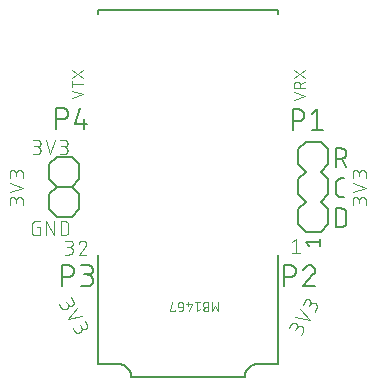
<source format=gbr>
G04 EAGLE Gerber RS-274X export*
G75*
%MOMM*%
%FSLAX34Y34*%
%LPD*%
%INSilkscreen Top*%
%IPPOS*%
%AMOC8*
5,1,8,0,0,1.08239X$1,22.5*%
G01*
%ADD10C,0.101600*%
%ADD11C,0.152400*%
%ADD12C,0.127000*%
%ADD13C,0.000000*%
%ADD14C,0.076200*%


D10*
X214894Y374618D02*
X218140Y374618D01*
X218253Y374620D01*
X218366Y374626D01*
X218479Y374636D01*
X218592Y374650D01*
X218704Y374667D01*
X218815Y374689D01*
X218925Y374714D01*
X219035Y374744D01*
X219143Y374777D01*
X219250Y374814D01*
X219356Y374854D01*
X219460Y374899D01*
X219563Y374947D01*
X219664Y374998D01*
X219763Y375053D01*
X219860Y375111D01*
X219955Y375173D01*
X220048Y375238D01*
X220138Y375306D01*
X220226Y375377D01*
X220312Y375452D01*
X220395Y375529D01*
X220475Y375609D01*
X220552Y375692D01*
X220627Y375778D01*
X220698Y375866D01*
X220766Y375956D01*
X220831Y376049D01*
X220893Y376144D01*
X220951Y376241D01*
X221006Y376340D01*
X221057Y376441D01*
X221105Y376544D01*
X221150Y376648D01*
X221190Y376754D01*
X221227Y376861D01*
X221260Y376969D01*
X221290Y377079D01*
X221315Y377189D01*
X221337Y377300D01*
X221354Y377412D01*
X221368Y377525D01*
X221378Y377638D01*
X221384Y377751D01*
X221386Y377864D01*
X221384Y377977D01*
X221378Y378090D01*
X221368Y378203D01*
X221354Y378316D01*
X221337Y378428D01*
X221315Y378539D01*
X221290Y378649D01*
X221260Y378759D01*
X221227Y378867D01*
X221190Y378974D01*
X221150Y379080D01*
X221105Y379184D01*
X221057Y379287D01*
X221006Y379388D01*
X220951Y379487D01*
X220893Y379584D01*
X220831Y379679D01*
X220766Y379772D01*
X220698Y379862D01*
X220627Y379950D01*
X220552Y380036D01*
X220475Y380119D01*
X220395Y380199D01*
X220312Y380276D01*
X220226Y380351D01*
X220138Y380422D01*
X220048Y380490D01*
X219955Y380555D01*
X219860Y380617D01*
X219763Y380675D01*
X219664Y380730D01*
X219563Y380781D01*
X219460Y380829D01*
X219356Y380874D01*
X219250Y380914D01*
X219143Y380951D01*
X219035Y380984D01*
X218925Y381014D01*
X218815Y381039D01*
X218704Y381061D01*
X218592Y381078D01*
X218479Y381092D01*
X218366Y381102D01*
X218253Y381108D01*
X218140Y381110D01*
X218789Y386302D02*
X214894Y386302D01*
X218789Y386302D02*
X218890Y386300D01*
X218990Y386294D01*
X219090Y386284D01*
X219190Y386271D01*
X219289Y386253D01*
X219388Y386232D01*
X219485Y386207D01*
X219582Y386178D01*
X219677Y386145D01*
X219771Y386109D01*
X219863Y386069D01*
X219954Y386026D01*
X220043Y385979D01*
X220130Y385929D01*
X220216Y385875D01*
X220299Y385818D01*
X220379Y385758D01*
X220458Y385695D01*
X220534Y385628D01*
X220607Y385559D01*
X220677Y385487D01*
X220745Y385413D01*
X220810Y385336D01*
X220871Y385256D01*
X220930Y385174D01*
X220985Y385090D01*
X221037Y385004D01*
X221086Y384916D01*
X221131Y384826D01*
X221173Y384734D01*
X221211Y384641D01*
X221245Y384546D01*
X221276Y384451D01*
X221303Y384354D01*
X221326Y384256D01*
X221346Y384157D01*
X221361Y384057D01*
X221373Y383957D01*
X221381Y383857D01*
X221385Y383756D01*
X221385Y383656D01*
X221381Y383555D01*
X221373Y383455D01*
X221361Y383355D01*
X221346Y383255D01*
X221326Y383156D01*
X221303Y383058D01*
X221276Y382961D01*
X221245Y382866D01*
X221211Y382771D01*
X221173Y382678D01*
X221131Y382586D01*
X221086Y382496D01*
X221037Y382408D01*
X220985Y382322D01*
X220930Y382238D01*
X220871Y382156D01*
X220810Y382076D01*
X220745Y381999D01*
X220677Y381925D01*
X220607Y381853D01*
X220534Y381784D01*
X220458Y381717D01*
X220379Y381654D01*
X220299Y381594D01*
X220216Y381537D01*
X220130Y381483D01*
X220043Y381433D01*
X219954Y381386D01*
X219863Y381343D01*
X219771Y381303D01*
X219677Y381267D01*
X219582Y381234D01*
X219485Y381205D01*
X219388Y381180D01*
X219289Y381159D01*
X219190Y381141D01*
X219090Y381128D01*
X218990Y381118D01*
X218890Y381112D01*
X218789Y381110D01*
X218789Y381109D02*
X216193Y381109D01*
X225675Y386302D02*
X229570Y374618D01*
X233465Y386302D01*
X237754Y374618D02*
X241000Y374618D01*
X241113Y374620D01*
X241226Y374626D01*
X241339Y374636D01*
X241452Y374650D01*
X241564Y374667D01*
X241675Y374689D01*
X241785Y374714D01*
X241895Y374744D01*
X242003Y374777D01*
X242110Y374814D01*
X242216Y374854D01*
X242320Y374899D01*
X242423Y374947D01*
X242524Y374998D01*
X242623Y375053D01*
X242720Y375111D01*
X242815Y375173D01*
X242908Y375238D01*
X242998Y375306D01*
X243086Y375377D01*
X243172Y375452D01*
X243255Y375529D01*
X243335Y375609D01*
X243412Y375692D01*
X243487Y375778D01*
X243558Y375866D01*
X243626Y375956D01*
X243691Y376049D01*
X243753Y376144D01*
X243811Y376241D01*
X243866Y376340D01*
X243917Y376441D01*
X243965Y376544D01*
X244010Y376648D01*
X244050Y376754D01*
X244087Y376861D01*
X244120Y376969D01*
X244150Y377079D01*
X244175Y377189D01*
X244197Y377300D01*
X244214Y377412D01*
X244228Y377525D01*
X244238Y377638D01*
X244244Y377751D01*
X244246Y377864D01*
X244244Y377977D01*
X244238Y378090D01*
X244228Y378203D01*
X244214Y378316D01*
X244197Y378428D01*
X244175Y378539D01*
X244150Y378649D01*
X244120Y378759D01*
X244087Y378867D01*
X244050Y378974D01*
X244010Y379080D01*
X243965Y379184D01*
X243917Y379287D01*
X243866Y379388D01*
X243811Y379487D01*
X243753Y379584D01*
X243691Y379679D01*
X243626Y379772D01*
X243558Y379862D01*
X243487Y379950D01*
X243412Y380036D01*
X243335Y380119D01*
X243255Y380199D01*
X243172Y380276D01*
X243086Y380351D01*
X242998Y380422D01*
X242908Y380490D01*
X242815Y380555D01*
X242720Y380617D01*
X242623Y380675D01*
X242524Y380730D01*
X242423Y380781D01*
X242320Y380829D01*
X242216Y380874D01*
X242110Y380914D01*
X242003Y380951D01*
X241895Y380984D01*
X241785Y381014D01*
X241675Y381039D01*
X241564Y381061D01*
X241452Y381078D01*
X241339Y381092D01*
X241226Y381102D01*
X241113Y381108D01*
X241000Y381110D01*
X241649Y386302D02*
X237754Y386302D01*
X241649Y386302D02*
X241750Y386300D01*
X241850Y386294D01*
X241950Y386284D01*
X242050Y386271D01*
X242149Y386253D01*
X242248Y386232D01*
X242345Y386207D01*
X242442Y386178D01*
X242537Y386145D01*
X242631Y386109D01*
X242723Y386069D01*
X242814Y386026D01*
X242903Y385979D01*
X242990Y385929D01*
X243076Y385875D01*
X243159Y385818D01*
X243239Y385758D01*
X243318Y385695D01*
X243394Y385628D01*
X243467Y385559D01*
X243537Y385487D01*
X243605Y385413D01*
X243670Y385336D01*
X243731Y385256D01*
X243790Y385174D01*
X243845Y385090D01*
X243897Y385004D01*
X243946Y384916D01*
X243991Y384826D01*
X244033Y384734D01*
X244071Y384641D01*
X244105Y384546D01*
X244136Y384451D01*
X244163Y384354D01*
X244186Y384256D01*
X244206Y384157D01*
X244221Y384057D01*
X244233Y383957D01*
X244241Y383857D01*
X244245Y383756D01*
X244245Y383656D01*
X244241Y383555D01*
X244233Y383455D01*
X244221Y383355D01*
X244206Y383255D01*
X244186Y383156D01*
X244163Y383058D01*
X244136Y382961D01*
X244105Y382866D01*
X244071Y382771D01*
X244033Y382678D01*
X243991Y382586D01*
X243946Y382496D01*
X243897Y382408D01*
X243845Y382322D01*
X243790Y382238D01*
X243731Y382156D01*
X243670Y382076D01*
X243605Y381999D01*
X243537Y381925D01*
X243467Y381853D01*
X243394Y381784D01*
X243318Y381717D01*
X243239Y381654D01*
X243159Y381594D01*
X243076Y381537D01*
X242990Y381483D01*
X242903Y381433D01*
X242814Y381386D01*
X242723Y381343D01*
X242631Y381303D01*
X242537Y381267D01*
X242442Y381234D01*
X242345Y381205D01*
X242248Y381180D01*
X242149Y381159D01*
X242050Y381141D01*
X241950Y381128D01*
X241850Y381118D01*
X241750Y381112D01*
X241649Y381110D01*
X241649Y381109D02*
X239053Y381109D01*
X497242Y334770D02*
X497242Y331524D01*
X497242Y334770D02*
X497240Y334883D01*
X497234Y334996D01*
X497224Y335109D01*
X497210Y335222D01*
X497193Y335334D01*
X497171Y335445D01*
X497146Y335555D01*
X497116Y335665D01*
X497083Y335773D01*
X497046Y335880D01*
X497006Y335986D01*
X496961Y336090D01*
X496913Y336193D01*
X496862Y336294D01*
X496807Y336393D01*
X496749Y336490D01*
X496687Y336585D01*
X496622Y336678D01*
X496554Y336768D01*
X496483Y336856D01*
X496408Y336942D01*
X496331Y337025D01*
X496251Y337105D01*
X496168Y337182D01*
X496082Y337257D01*
X495994Y337328D01*
X495904Y337396D01*
X495811Y337461D01*
X495716Y337523D01*
X495619Y337581D01*
X495520Y337636D01*
X495419Y337687D01*
X495316Y337735D01*
X495212Y337780D01*
X495106Y337820D01*
X494999Y337857D01*
X494891Y337890D01*
X494781Y337920D01*
X494671Y337945D01*
X494560Y337967D01*
X494448Y337984D01*
X494335Y337998D01*
X494222Y338008D01*
X494109Y338014D01*
X493996Y338016D01*
X493883Y338014D01*
X493770Y338008D01*
X493657Y337998D01*
X493544Y337984D01*
X493432Y337967D01*
X493321Y337945D01*
X493211Y337920D01*
X493101Y337890D01*
X492993Y337857D01*
X492886Y337820D01*
X492780Y337780D01*
X492676Y337735D01*
X492573Y337687D01*
X492472Y337636D01*
X492373Y337581D01*
X492276Y337523D01*
X492181Y337461D01*
X492088Y337396D01*
X491998Y337328D01*
X491910Y337257D01*
X491824Y337182D01*
X491741Y337105D01*
X491661Y337025D01*
X491584Y336942D01*
X491509Y336856D01*
X491438Y336768D01*
X491370Y336678D01*
X491305Y336585D01*
X491243Y336490D01*
X491185Y336393D01*
X491130Y336294D01*
X491079Y336193D01*
X491031Y336090D01*
X490986Y335986D01*
X490946Y335880D01*
X490909Y335773D01*
X490876Y335665D01*
X490846Y335555D01*
X490821Y335445D01*
X490799Y335334D01*
X490782Y335222D01*
X490768Y335109D01*
X490758Y334996D01*
X490752Y334883D01*
X490750Y334770D01*
X485558Y335419D02*
X485558Y331524D01*
X485558Y335419D02*
X485560Y335520D01*
X485566Y335620D01*
X485576Y335720D01*
X485589Y335820D01*
X485607Y335919D01*
X485628Y336018D01*
X485653Y336115D01*
X485682Y336212D01*
X485715Y336307D01*
X485751Y336401D01*
X485791Y336493D01*
X485834Y336584D01*
X485881Y336673D01*
X485931Y336760D01*
X485985Y336846D01*
X486042Y336929D01*
X486102Y337009D01*
X486165Y337088D01*
X486232Y337164D01*
X486301Y337237D01*
X486373Y337307D01*
X486447Y337375D01*
X486524Y337440D01*
X486604Y337501D01*
X486686Y337560D01*
X486770Y337615D01*
X486856Y337667D01*
X486944Y337716D01*
X487034Y337761D01*
X487126Y337803D01*
X487219Y337841D01*
X487314Y337875D01*
X487409Y337906D01*
X487506Y337933D01*
X487604Y337956D01*
X487703Y337976D01*
X487803Y337991D01*
X487903Y338003D01*
X488003Y338011D01*
X488104Y338015D01*
X488204Y338015D01*
X488305Y338011D01*
X488405Y338003D01*
X488505Y337991D01*
X488605Y337976D01*
X488704Y337956D01*
X488802Y337933D01*
X488899Y337906D01*
X488994Y337875D01*
X489089Y337841D01*
X489182Y337803D01*
X489274Y337761D01*
X489364Y337716D01*
X489452Y337667D01*
X489538Y337615D01*
X489622Y337560D01*
X489704Y337501D01*
X489784Y337440D01*
X489861Y337375D01*
X489935Y337307D01*
X490007Y337237D01*
X490076Y337164D01*
X490143Y337088D01*
X490206Y337009D01*
X490266Y336929D01*
X490323Y336846D01*
X490377Y336760D01*
X490427Y336673D01*
X490474Y336584D01*
X490517Y336493D01*
X490557Y336401D01*
X490593Y336307D01*
X490626Y336212D01*
X490655Y336115D01*
X490680Y336018D01*
X490701Y335919D01*
X490719Y335820D01*
X490732Y335720D01*
X490742Y335620D01*
X490748Y335520D01*
X490750Y335419D01*
X490751Y335419D02*
X490751Y332823D01*
X485558Y342305D02*
X497242Y346200D01*
X485558Y350095D01*
X497242Y354384D02*
X497242Y357630D01*
X497240Y357743D01*
X497234Y357856D01*
X497224Y357969D01*
X497210Y358082D01*
X497193Y358194D01*
X497171Y358305D01*
X497146Y358415D01*
X497116Y358525D01*
X497083Y358633D01*
X497046Y358740D01*
X497006Y358846D01*
X496961Y358950D01*
X496913Y359053D01*
X496862Y359154D01*
X496807Y359253D01*
X496749Y359350D01*
X496687Y359445D01*
X496622Y359538D01*
X496554Y359628D01*
X496483Y359716D01*
X496408Y359802D01*
X496331Y359885D01*
X496251Y359965D01*
X496168Y360042D01*
X496082Y360117D01*
X495994Y360188D01*
X495904Y360256D01*
X495811Y360321D01*
X495716Y360383D01*
X495619Y360441D01*
X495520Y360496D01*
X495419Y360547D01*
X495316Y360595D01*
X495212Y360640D01*
X495106Y360680D01*
X494999Y360717D01*
X494891Y360750D01*
X494781Y360780D01*
X494671Y360805D01*
X494560Y360827D01*
X494448Y360844D01*
X494335Y360858D01*
X494222Y360868D01*
X494109Y360874D01*
X493996Y360876D01*
X493883Y360874D01*
X493770Y360868D01*
X493657Y360858D01*
X493544Y360844D01*
X493432Y360827D01*
X493321Y360805D01*
X493211Y360780D01*
X493101Y360750D01*
X492993Y360717D01*
X492886Y360680D01*
X492780Y360640D01*
X492676Y360595D01*
X492573Y360547D01*
X492472Y360496D01*
X492373Y360441D01*
X492276Y360383D01*
X492181Y360321D01*
X492088Y360256D01*
X491998Y360188D01*
X491910Y360117D01*
X491824Y360042D01*
X491741Y359965D01*
X491661Y359885D01*
X491584Y359802D01*
X491509Y359716D01*
X491438Y359628D01*
X491370Y359538D01*
X491305Y359445D01*
X491243Y359350D01*
X491185Y359253D01*
X491130Y359154D01*
X491079Y359053D01*
X491031Y358950D01*
X490986Y358846D01*
X490946Y358740D01*
X490909Y358633D01*
X490876Y358525D01*
X490846Y358415D01*
X490821Y358305D01*
X490799Y358194D01*
X490782Y358082D01*
X490768Y357969D01*
X490758Y357856D01*
X490752Y357743D01*
X490750Y357630D01*
X485558Y358279D02*
X485558Y354384D01*
X485558Y358279D02*
X485560Y358380D01*
X485566Y358480D01*
X485576Y358580D01*
X485589Y358680D01*
X485607Y358779D01*
X485628Y358878D01*
X485653Y358975D01*
X485682Y359072D01*
X485715Y359167D01*
X485751Y359261D01*
X485791Y359353D01*
X485834Y359444D01*
X485881Y359533D01*
X485931Y359620D01*
X485985Y359706D01*
X486042Y359789D01*
X486102Y359869D01*
X486165Y359948D01*
X486232Y360024D01*
X486301Y360097D01*
X486373Y360167D01*
X486447Y360235D01*
X486524Y360300D01*
X486604Y360361D01*
X486686Y360420D01*
X486770Y360475D01*
X486856Y360527D01*
X486944Y360576D01*
X487034Y360621D01*
X487126Y360663D01*
X487219Y360701D01*
X487314Y360735D01*
X487409Y360766D01*
X487506Y360793D01*
X487604Y360816D01*
X487703Y360836D01*
X487803Y360851D01*
X487903Y360863D01*
X488003Y360871D01*
X488104Y360875D01*
X488204Y360875D01*
X488305Y360871D01*
X488405Y360863D01*
X488505Y360851D01*
X488605Y360836D01*
X488704Y360816D01*
X488802Y360793D01*
X488899Y360766D01*
X488994Y360735D01*
X489089Y360701D01*
X489182Y360663D01*
X489274Y360621D01*
X489364Y360576D01*
X489452Y360527D01*
X489538Y360475D01*
X489622Y360420D01*
X489704Y360361D01*
X489784Y360300D01*
X489861Y360235D01*
X489935Y360167D01*
X490007Y360097D01*
X490076Y360024D01*
X490143Y359948D01*
X490206Y359869D01*
X490266Y359789D01*
X490323Y359706D01*
X490377Y359620D01*
X490427Y359533D01*
X490474Y359444D01*
X490517Y359353D01*
X490557Y359261D01*
X490593Y359167D01*
X490626Y359072D01*
X490655Y358975D01*
X490680Y358878D01*
X490701Y358779D01*
X490719Y358680D01*
X490732Y358580D01*
X490742Y358480D01*
X490748Y358380D01*
X490750Y358279D01*
X490751Y358279D02*
X490751Y355683D01*
X443544Y224190D02*
X441922Y221380D01*
X443545Y224190D02*
X443600Y224289D01*
X443651Y224390D01*
X443699Y224493D01*
X443744Y224597D01*
X443784Y224703D01*
X443821Y224810D01*
X443854Y224918D01*
X443884Y225028D01*
X443909Y225138D01*
X443931Y225249D01*
X443948Y225361D01*
X443962Y225474D01*
X443972Y225587D01*
X443978Y225700D01*
X443980Y225813D01*
X443978Y225926D01*
X443972Y226039D01*
X443962Y226152D01*
X443948Y226265D01*
X443931Y226377D01*
X443909Y226488D01*
X443884Y226598D01*
X443854Y226708D01*
X443821Y226816D01*
X443784Y226923D01*
X443744Y227029D01*
X443699Y227133D01*
X443651Y227236D01*
X443600Y227337D01*
X443545Y227436D01*
X443487Y227533D01*
X443425Y227628D01*
X443360Y227721D01*
X443292Y227811D01*
X443221Y227899D01*
X443146Y227985D01*
X443069Y228068D01*
X442989Y228148D01*
X442906Y228225D01*
X442820Y228300D01*
X442732Y228371D01*
X442642Y228439D01*
X442549Y228504D01*
X442454Y228566D01*
X442357Y228624D01*
X442258Y228679D01*
X442157Y228730D01*
X442054Y228778D01*
X441950Y228823D01*
X441844Y228863D01*
X441737Y228900D01*
X441629Y228933D01*
X441519Y228963D01*
X441409Y228988D01*
X441298Y229010D01*
X441186Y229027D01*
X441073Y229041D01*
X440960Y229051D01*
X440847Y229057D01*
X440734Y229059D01*
X440621Y229057D01*
X440508Y229051D01*
X440395Y229041D01*
X440282Y229027D01*
X440170Y229010D01*
X440059Y228988D01*
X439949Y228963D01*
X439839Y228933D01*
X439731Y228900D01*
X439624Y228863D01*
X439518Y228823D01*
X439414Y228778D01*
X439311Y228730D01*
X439210Y228679D01*
X439111Y228624D01*
X439014Y228566D01*
X438919Y228504D01*
X438826Y228439D01*
X438736Y228371D01*
X438648Y228300D01*
X438562Y228225D01*
X438479Y228148D01*
X438399Y228068D01*
X438322Y227985D01*
X438247Y227899D01*
X438176Y227811D01*
X438108Y227721D01*
X438043Y227628D01*
X437981Y227533D01*
X437923Y227436D01*
X433750Y230594D02*
X431803Y227222D01*
X433751Y230594D02*
X433803Y230680D01*
X433858Y230764D01*
X433917Y230846D01*
X433978Y230926D01*
X434043Y231003D01*
X434111Y231077D01*
X434181Y231149D01*
X434254Y231218D01*
X434330Y231285D01*
X434409Y231348D01*
X434489Y231408D01*
X434572Y231465D01*
X434658Y231519D01*
X434745Y231569D01*
X434834Y231616D01*
X434925Y231659D01*
X435017Y231699D01*
X435111Y231735D01*
X435206Y231768D01*
X435303Y231797D01*
X435400Y231822D01*
X435499Y231843D01*
X435598Y231861D01*
X435698Y231874D01*
X435798Y231884D01*
X435898Y231890D01*
X435999Y231892D01*
X436100Y231890D01*
X436200Y231884D01*
X436300Y231874D01*
X436400Y231861D01*
X436499Y231843D01*
X436598Y231822D01*
X436695Y231797D01*
X436792Y231768D01*
X436887Y231735D01*
X436981Y231699D01*
X437073Y231659D01*
X437164Y231616D01*
X437253Y231569D01*
X437340Y231519D01*
X437426Y231465D01*
X437509Y231408D01*
X437589Y231348D01*
X437668Y231285D01*
X437744Y231218D01*
X437817Y231149D01*
X437887Y231077D01*
X437955Y231003D01*
X438020Y230926D01*
X438081Y230846D01*
X438140Y230764D01*
X438195Y230680D01*
X438247Y230594D01*
X438296Y230506D01*
X438341Y230416D01*
X438383Y230324D01*
X438421Y230231D01*
X438455Y230136D01*
X438486Y230041D01*
X438513Y229944D01*
X438536Y229846D01*
X438556Y229747D01*
X438571Y229647D01*
X438583Y229547D01*
X438591Y229447D01*
X438595Y229346D01*
X438595Y229246D01*
X438591Y229145D01*
X438583Y229045D01*
X438571Y228945D01*
X438556Y228845D01*
X438536Y228746D01*
X438513Y228648D01*
X438486Y228551D01*
X438455Y228456D01*
X438421Y228361D01*
X438383Y228268D01*
X438341Y228176D01*
X438296Y228086D01*
X438247Y227998D01*
X436949Y225749D01*
X437193Y236558D02*
X449259Y234089D01*
X441088Y243304D01*
X453351Y241177D02*
X454974Y243988D01*
X454974Y243987D02*
X455029Y244086D01*
X455080Y244187D01*
X455128Y244290D01*
X455173Y244394D01*
X455213Y244500D01*
X455250Y244607D01*
X455283Y244715D01*
X455313Y244825D01*
X455338Y244935D01*
X455360Y245046D01*
X455377Y245158D01*
X455391Y245271D01*
X455401Y245384D01*
X455407Y245497D01*
X455409Y245610D01*
X455407Y245723D01*
X455401Y245836D01*
X455391Y245949D01*
X455377Y246062D01*
X455360Y246174D01*
X455338Y246285D01*
X455313Y246395D01*
X455283Y246505D01*
X455250Y246613D01*
X455213Y246720D01*
X455173Y246826D01*
X455128Y246930D01*
X455080Y247033D01*
X455029Y247134D01*
X454974Y247233D01*
X454916Y247330D01*
X454854Y247425D01*
X454789Y247518D01*
X454721Y247608D01*
X454650Y247696D01*
X454575Y247782D01*
X454498Y247865D01*
X454418Y247945D01*
X454335Y248022D01*
X454249Y248097D01*
X454161Y248168D01*
X454071Y248236D01*
X453978Y248301D01*
X453883Y248363D01*
X453786Y248421D01*
X453687Y248476D01*
X453586Y248527D01*
X453483Y248575D01*
X453379Y248620D01*
X453273Y248660D01*
X453166Y248697D01*
X453058Y248730D01*
X452948Y248760D01*
X452838Y248785D01*
X452727Y248807D01*
X452615Y248824D01*
X452502Y248838D01*
X452389Y248848D01*
X452276Y248854D01*
X452163Y248856D01*
X452050Y248854D01*
X451937Y248848D01*
X451824Y248838D01*
X451711Y248824D01*
X451599Y248807D01*
X451488Y248785D01*
X451378Y248760D01*
X451268Y248730D01*
X451160Y248697D01*
X451053Y248660D01*
X450947Y248620D01*
X450843Y248575D01*
X450740Y248527D01*
X450639Y248476D01*
X450540Y248421D01*
X450443Y248363D01*
X450348Y248301D01*
X450255Y248236D01*
X450165Y248168D01*
X450077Y248097D01*
X449991Y248022D01*
X449908Y247945D01*
X449828Y247865D01*
X449751Y247782D01*
X449676Y247696D01*
X449605Y247608D01*
X449537Y247518D01*
X449472Y247425D01*
X449410Y247330D01*
X449352Y247233D01*
X445180Y250392D02*
X443233Y247019D01*
X445181Y250391D02*
X445233Y250477D01*
X445288Y250561D01*
X445347Y250643D01*
X445408Y250723D01*
X445473Y250800D01*
X445541Y250874D01*
X445611Y250946D01*
X445684Y251015D01*
X445760Y251082D01*
X445839Y251145D01*
X445919Y251205D01*
X446002Y251262D01*
X446088Y251316D01*
X446175Y251366D01*
X446264Y251413D01*
X446355Y251456D01*
X446447Y251496D01*
X446541Y251532D01*
X446636Y251565D01*
X446733Y251594D01*
X446830Y251619D01*
X446929Y251640D01*
X447028Y251658D01*
X447128Y251671D01*
X447228Y251681D01*
X447328Y251687D01*
X447429Y251689D01*
X447530Y251687D01*
X447630Y251681D01*
X447730Y251671D01*
X447830Y251658D01*
X447929Y251640D01*
X448028Y251619D01*
X448125Y251594D01*
X448222Y251565D01*
X448317Y251532D01*
X448411Y251496D01*
X448503Y251456D01*
X448594Y251413D01*
X448683Y251366D01*
X448770Y251316D01*
X448856Y251262D01*
X448939Y251205D01*
X449019Y251145D01*
X449098Y251082D01*
X449174Y251015D01*
X449247Y250946D01*
X449317Y250874D01*
X449385Y250800D01*
X449450Y250723D01*
X449511Y250643D01*
X449570Y250561D01*
X449625Y250477D01*
X449677Y250391D01*
X449726Y250303D01*
X449771Y250213D01*
X449813Y250121D01*
X449851Y250028D01*
X449885Y249933D01*
X449916Y249838D01*
X449943Y249741D01*
X449966Y249643D01*
X449986Y249544D01*
X450001Y249444D01*
X450013Y249344D01*
X450021Y249244D01*
X450025Y249143D01*
X450025Y249043D01*
X450021Y248942D01*
X450013Y248842D01*
X450001Y248742D01*
X449986Y248642D01*
X449966Y248543D01*
X449943Y248445D01*
X449916Y248348D01*
X449885Y248253D01*
X449851Y248158D01*
X449813Y248065D01*
X449771Y247973D01*
X449726Y247883D01*
X449677Y247795D01*
X448379Y245547D01*
X238696Y244623D02*
X237073Y247433D01*
X238695Y244622D02*
X238753Y244525D01*
X238815Y244430D01*
X238880Y244337D01*
X238948Y244247D01*
X239019Y244159D01*
X239094Y244073D01*
X239171Y243990D01*
X239251Y243910D01*
X239334Y243833D01*
X239420Y243758D01*
X239508Y243687D01*
X239598Y243619D01*
X239691Y243554D01*
X239786Y243492D01*
X239883Y243434D01*
X239982Y243379D01*
X240083Y243328D01*
X240186Y243280D01*
X240290Y243235D01*
X240396Y243195D01*
X240503Y243158D01*
X240611Y243125D01*
X240721Y243095D01*
X240831Y243070D01*
X240942Y243048D01*
X241054Y243031D01*
X241167Y243017D01*
X241280Y243007D01*
X241393Y243001D01*
X241506Y242999D01*
X241619Y243001D01*
X241732Y243007D01*
X241845Y243017D01*
X241958Y243031D01*
X242070Y243048D01*
X242181Y243070D01*
X242291Y243095D01*
X242401Y243125D01*
X242509Y243158D01*
X242616Y243195D01*
X242722Y243235D01*
X242826Y243280D01*
X242929Y243328D01*
X243030Y243379D01*
X243129Y243434D01*
X243226Y243492D01*
X243321Y243554D01*
X243414Y243619D01*
X243504Y243687D01*
X243592Y243758D01*
X243678Y243833D01*
X243761Y243910D01*
X243841Y243990D01*
X243918Y244073D01*
X243993Y244159D01*
X244064Y244247D01*
X244132Y244337D01*
X244197Y244430D01*
X244259Y244525D01*
X244317Y244622D01*
X244372Y244721D01*
X244423Y244822D01*
X244471Y244925D01*
X244516Y245029D01*
X244556Y245135D01*
X244593Y245242D01*
X244626Y245350D01*
X244656Y245460D01*
X244681Y245570D01*
X244703Y245681D01*
X244720Y245793D01*
X244734Y245906D01*
X244744Y246019D01*
X244750Y246132D01*
X244752Y246245D01*
X244750Y246358D01*
X244744Y246471D01*
X244734Y246584D01*
X244720Y246697D01*
X244703Y246809D01*
X244681Y246920D01*
X244656Y247030D01*
X244626Y247140D01*
X244593Y247248D01*
X244556Y247355D01*
X244516Y247461D01*
X244471Y247565D01*
X244423Y247668D01*
X244372Y247769D01*
X244317Y247868D01*
X249139Y249902D02*
X247192Y253275D01*
X249139Y249903D02*
X249188Y249814D01*
X249233Y249724D01*
X249275Y249633D01*
X249313Y249539D01*
X249347Y249445D01*
X249378Y249349D01*
X249405Y249252D01*
X249428Y249154D01*
X249448Y249055D01*
X249463Y248955D01*
X249475Y248855D01*
X249483Y248755D01*
X249487Y248654D01*
X249487Y248554D01*
X249483Y248453D01*
X249475Y248353D01*
X249463Y248253D01*
X249448Y248153D01*
X249428Y248054D01*
X249405Y247956D01*
X249378Y247859D01*
X249347Y247763D01*
X249313Y247669D01*
X249275Y247575D01*
X249233Y247484D01*
X249188Y247394D01*
X249139Y247306D01*
X249087Y247219D01*
X249032Y247135D01*
X248973Y247053D01*
X248911Y246974D01*
X248847Y246896D01*
X248779Y246822D01*
X248708Y246750D01*
X248635Y246681D01*
X248559Y246615D01*
X248481Y246551D01*
X248400Y246491D01*
X248317Y246434D01*
X248232Y246381D01*
X248145Y246330D01*
X248056Y246283D01*
X247965Y246240D01*
X247872Y246200D01*
X247778Y246164D01*
X247683Y246131D01*
X247586Y246102D01*
X247489Y246077D01*
X247390Y246056D01*
X247291Y246038D01*
X247191Y246025D01*
X247091Y246015D01*
X246991Y246009D01*
X246890Y246007D01*
X246789Y246009D01*
X246689Y246015D01*
X246589Y246025D01*
X246489Y246038D01*
X246390Y246056D01*
X246291Y246077D01*
X246194Y246102D01*
X246097Y246131D01*
X246002Y246164D01*
X245908Y246200D01*
X245815Y246240D01*
X245724Y246283D01*
X245635Y246330D01*
X245548Y246381D01*
X245463Y246434D01*
X245380Y246491D01*
X245299Y246551D01*
X245221Y246615D01*
X245145Y246681D01*
X245072Y246750D01*
X245001Y246822D01*
X244933Y246896D01*
X244869Y246974D01*
X244807Y247053D01*
X244748Y247135D01*
X244693Y247219D01*
X244641Y247306D01*
X244642Y247306D02*
X243343Y249555D01*
X252582Y243939D02*
X244411Y234724D01*
X256477Y237193D01*
X248503Y227636D02*
X250126Y224825D01*
X250125Y224825D02*
X250183Y224728D01*
X250245Y224633D01*
X250310Y224540D01*
X250378Y224450D01*
X250449Y224362D01*
X250524Y224276D01*
X250601Y224193D01*
X250681Y224113D01*
X250764Y224036D01*
X250850Y223961D01*
X250938Y223890D01*
X251028Y223822D01*
X251121Y223757D01*
X251216Y223695D01*
X251313Y223637D01*
X251412Y223582D01*
X251513Y223531D01*
X251616Y223483D01*
X251720Y223438D01*
X251826Y223398D01*
X251933Y223361D01*
X252041Y223328D01*
X252151Y223298D01*
X252261Y223273D01*
X252372Y223251D01*
X252484Y223234D01*
X252597Y223220D01*
X252710Y223210D01*
X252823Y223204D01*
X252936Y223202D01*
X253049Y223204D01*
X253162Y223210D01*
X253275Y223220D01*
X253388Y223234D01*
X253500Y223251D01*
X253611Y223273D01*
X253721Y223298D01*
X253831Y223328D01*
X253939Y223361D01*
X254046Y223398D01*
X254152Y223438D01*
X254256Y223483D01*
X254359Y223531D01*
X254460Y223582D01*
X254559Y223637D01*
X254656Y223695D01*
X254751Y223757D01*
X254844Y223822D01*
X254934Y223890D01*
X255022Y223961D01*
X255108Y224036D01*
X255191Y224113D01*
X255271Y224193D01*
X255348Y224276D01*
X255423Y224362D01*
X255494Y224450D01*
X255562Y224540D01*
X255627Y224633D01*
X255689Y224728D01*
X255747Y224825D01*
X255802Y224924D01*
X255853Y225025D01*
X255901Y225128D01*
X255946Y225232D01*
X255986Y225338D01*
X256023Y225445D01*
X256056Y225553D01*
X256086Y225663D01*
X256111Y225773D01*
X256133Y225884D01*
X256150Y225996D01*
X256164Y226109D01*
X256174Y226222D01*
X256180Y226335D01*
X256182Y226448D01*
X256180Y226561D01*
X256174Y226674D01*
X256164Y226787D01*
X256150Y226900D01*
X256133Y227012D01*
X256111Y227123D01*
X256086Y227233D01*
X256056Y227343D01*
X256023Y227451D01*
X255986Y227558D01*
X255946Y227664D01*
X255901Y227768D01*
X255853Y227871D01*
X255802Y227972D01*
X255747Y228071D01*
X260569Y230105D02*
X258621Y233478D01*
X260569Y230106D02*
X260618Y230017D01*
X260663Y229927D01*
X260705Y229836D01*
X260743Y229742D01*
X260777Y229648D01*
X260808Y229552D01*
X260835Y229455D01*
X260858Y229357D01*
X260878Y229258D01*
X260893Y229158D01*
X260905Y229058D01*
X260913Y228958D01*
X260917Y228857D01*
X260917Y228757D01*
X260913Y228656D01*
X260905Y228556D01*
X260893Y228456D01*
X260878Y228356D01*
X260858Y228257D01*
X260835Y228159D01*
X260808Y228062D01*
X260777Y227966D01*
X260743Y227872D01*
X260705Y227778D01*
X260663Y227687D01*
X260618Y227597D01*
X260569Y227509D01*
X260517Y227422D01*
X260462Y227338D01*
X260403Y227256D01*
X260341Y227177D01*
X260277Y227099D01*
X260209Y227025D01*
X260138Y226953D01*
X260065Y226884D01*
X259989Y226818D01*
X259911Y226754D01*
X259830Y226694D01*
X259747Y226637D01*
X259662Y226584D01*
X259575Y226533D01*
X259486Y226486D01*
X259395Y226443D01*
X259302Y226403D01*
X259208Y226367D01*
X259113Y226334D01*
X259016Y226305D01*
X258919Y226280D01*
X258820Y226259D01*
X258721Y226241D01*
X258621Y226228D01*
X258521Y226218D01*
X258421Y226212D01*
X258320Y226210D01*
X258219Y226212D01*
X258119Y226218D01*
X258019Y226228D01*
X257919Y226241D01*
X257820Y226259D01*
X257721Y226280D01*
X257624Y226305D01*
X257527Y226334D01*
X257432Y226367D01*
X257338Y226403D01*
X257245Y226443D01*
X257154Y226486D01*
X257065Y226533D01*
X256978Y226584D01*
X256893Y226637D01*
X256810Y226694D01*
X256729Y226754D01*
X256651Y226818D01*
X256575Y226884D01*
X256502Y226953D01*
X256431Y227025D01*
X256363Y227099D01*
X256299Y227177D01*
X256237Y227256D01*
X256178Y227338D01*
X256123Y227422D01*
X256071Y227509D01*
X256072Y227509D02*
X254773Y229757D01*
X206842Y331524D02*
X206842Y334770D01*
X206840Y334883D01*
X206834Y334996D01*
X206824Y335109D01*
X206810Y335222D01*
X206793Y335334D01*
X206771Y335445D01*
X206746Y335555D01*
X206716Y335665D01*
X206683Y335773D01*
X206646Y335880D01*
X206606Y335986D01*
X206561Y336090D01*
X206513Y336193D01*
X206462Y336294D01*
X206407Y336393D01*
X206349Y336490D01*
X206287Y336585D01*
X206222Y336678D01*
X206154Y336768D01*
X206083Y336856D01*
X206008Y336942D01*
X205931Y337025D01*
X205851Y337105D01*
X205768Y337182D01*
X205682Y337257D01*
X205594Y337328D01*
X205504Y337396D01*
X205411Y337461D01*
X205316Y337523D01*
X205219Y337581D01*
X205120Y337636D01*
X205019Y337687D01*
X204916Y337735D01*
X204812Y337780D01*
X204706Y337820D01*
X204599Y337857D01*
X204491Y337890D01*
X204381Y337920D01*
X204271Y337945D01*
X204160Y337967D01*
X204048Y337984D01*
X203935Y337998D01*
X203822Y338008D01*
X203709Y338014D01*
X203596Y338016D01*
X203483Y338014D01*
X203370Y338008D01*
X203257Y337998D01*
X203144Y337984D01*
X203032Y337967D01*
X202921Y337945D01*
X202811Y337920D01*
X202701Y337890D01*
X202593Y337857D01*
X202486Y337820D01*
X202380Y337780D01*
X202276Y337735D01*
X202173Y337687D01*
X202072Y337636D01*
X201973Y337581D01*
X201876Y337523D01*
X201781Y337461D01*
X201688Y337396D01*
X201598Y337328D01*
X201510Y337257D01*
X201424Y337182D01*
X201341Y337105D01*
X201261Y337025D01*
X201184Y336942D01*
X201109Y336856D01*
X201038Y336768D01*
X200970Y336678D01*
X200905Y336585D01*
X200843Y336490D01*
X200785Y336393D01*
X200730Y336294D01*
X200679Y336193D01*
X200631Y336090D01*
X200586Y335986D01*
X200546Y335880D01*
X200509Y335773D01*
X200476Y335665D01*
X200446Y335555D01*
X200421Y335445D01*
X200399Y335334D01*
X200382Y335222D01*
X200368Y335109D01*
X200358Y334996D01*
X200352Y334883D01*
X200350Y334770D01*
X195158Y335419D02*
X195158Y331524D01*
X195158Y335419D02*
X195160Y335520D01*
X195166Y335620D01*
X195176Y335720D01*
X195189Y335820D01*
X195207Y335919D01*
X195228Y336018D01*
X195253Y336115D01*
X195282Y336212D01*
X195315Y336307D01*
X195351Y336401D01*
X195391Y336493D01*
X195434Y336584D01*
X195481Y336673D01*
X195531Y336760D01*
X195585Y336846D01*
X195642Y336929D01*
X195702Y337009D01*
X195765Y337088D01*
X195832Y337164D01*
X195901Y337237D01*
X195973Y337307D01*
X196047Y337375D01*
X196124Y337440D01*
X196204Y337501D01*
X196286Y337560D01*
X196370Y337615D01*
X196456Y337667D01*
X196544Y337716D01*
X196634Y337761D01*
X196726Y337803D01*
X196819Y337841D01*
X196914Y337875D01*
X197009Y337906D01*
X197106Y337933D01*
X197204Y337956D01*
X197303Y337976D01*
X197403Y337991D01*
X197503Y338003D01*
X197603Y338011D01*
X197704Y338015D01*
X197804Y338015D01*
X197905Y338011D01*
X198005Y338003D01*
X198105Y337991D01*
X198205Y337976D01*
X198304Y337956D01*
X198402Y337933D01*
X198499Y337906D01*
X198594Y337875D01*
X198689Y337841D01*
X198782Y337803D01*
X198874Y337761D01*
X198964Y337716D01*
X199052Y337667D01*
X199138Y337615D01*
X199222Y337560D01*
X199304Y337501D01*
X199384Y337440D01*
X199461Y337375D01*
X199535Y337307D01*
X199607Y337237D01*
X199676Y337164D01*
X199743Y337088D01*
X199806Y337009D01*
X199866Y336929D01*
X199923Y336846D01*
X199977Y336760D01*
X200027Y336673D01*
X200074Y336584D01*
X200117Y336493D01*
X200157Y336401D01*
X200193Y336307D01*
X200226Y336212D01*
X200255Y336115D01*
X200280Y336018D01*
X200301Y335919D01*
X200319Y335820D01*
X200332Y335720D01*
X200342Y335620D01*
X200348Y335520D01*
X200350Y335419D01*
X200351Y335419D02*
X200351Y332823D01*
X195158Y342305D02*
X206842Y346200D01*
X195158Y350095D01*
X206842Y354384D02*
X206842Y357630D01*
X206840Y357743D01*
X206834Y357856D01*
X206824Y357969D01*
X206810Y358082D01*
X206793Y358194D01*
X206771Y358305D01*
X206746Y358415D01*
X206716Y358525D01*
X206683Y358633D01*
X206646Y358740D01*
X206606Y358846D01*
X206561Y358950D01*
X206513Y359053D01*
X206462Y359154D01*
X206407Y359253D01*
X206349Y359350D01*
X206287Y359445D01*
X206222Y359538D01*
X206154Y359628D01*
X206083Y359716D01*
X206008Y359802D01*
X205931Y359885D01*
X205851Y359965D01*
X205768Y360042D01*
X205682Y360117D01*
X205594Y360188D01*
X205504Y360256D01*
X205411Y360321D01*
X205316Y360383D01*
X205219Y360441D01*
X205120Y360496D01*
X205019Y360547D01*
X204916Y360595D01*
X204812Y360640D01*
X204706Y360680D01*
X204599Y360717D01*
X204491Y360750D01*
X204381Y360780D01*
X204271Y360805D01*
X204160Y360827D01*
X204048Y360844D01*
X203935Y360858D01*
X203822Y360868D01*
X203709Y360874D01*
X203596Y360876D01*
X203483Y360874D01*
X203370Y360868D01*
X203257Y360858D01*
X203144Y360844D01*
X203032Y360827D01*
X202921Y360805D01*
X202811Y360780D01*
X202701Y360750D01*
X202593Y360717D01*
X202486Y360680D01*
X202380Y360640D01*
X202276Y360595D01*
X202173Y360547D01*
X202072Y360496D01*
X201973Y360441D01*
X201876Y360383D01*
X201781Y360321D01*
X201688Y360256D01*
X201598Y360188D01*
X201510Y360117D01*
X201424Y360042D01*
X201341Y359965D01*
X201261Y359885D01*
X201184Y359802D01*
X201109Y359716D01*
X201038Y359628D01*
X200970Y359538D01*
X200905Y359445D01*
X200843Y359350D01*
X200785Y359253D01*
X200730Y359154D01*
X200679Y359053D01*
X200631Y358950D01*
X200586Y358846D01*
X200546Y358740D01*
X200509Y358633D01*
X200476Y358525D01*
X200446Y358415D01*
X200421Y358305D01*
X200399Y358194D01*
X200382Y358082D01*
X200368Y357969D01*
X200358Y357856D01*
X200352Y357743D01*
X200350Y357630D01*
X195158Y358279D02*
X195158Y354384D01*
X195158Y358279D02*
X195160Y358380D01*
X195166Y358480D01*
X195176Y358580D01*
X195189Y358680D01*
X195207Y358779D01*
X195228Y358878D01*
X195253Y358975D01*
X195282Y359072D01*
X195315Y359167D01*
X195351Y359261D01*
X195391Y359353D01*
X195434Y359444D01*
X195481Y359533D01*
X195531Y359620D01*
X195585Y359706D01*
X195642Y359789D01*
X195702Y359869D01*
X195765Y359948D01*
X195832Y360024D01*
X195901Y360097D01*
X195973Y360167D01*
X196047Y360235D01*
X196124Y360300D01*
X196204Y360361D01*
X196286Y360420D01*
X196370Y360475D01*
X196456Y360527D01*
X196544Y360576D01*
X196634Y360621D01*
X196726Y360663D01*
X196819Y360701D01*
X196914Y360735D01*
X197009Y360766D01*
X197106Y360793D01*
X197204Y360816D01*
X197303Y360836D01*
X197403Y360851D01*
X197503Y360863D01*
X197603Y360871D01*
X197704Y360875D01*
X197804Y360875D01*
X197905Y360871D01*
X198005Y360863D01*
X198105Y360851D01*
X198205Y360836D01*
X198304Y360816D01*
X198402Y360793D01*
X198499Y360766D01*
X198594Y360735D01*
X198689Y360701D01*
X198782Y360663D01*
X198874Y360621D01*
X198964Y360576D01*
X199052Y360527D01*
X199138Y360475D01*
X199222Y360420D01*
X199304Y360361D01*
X199384Y360300D01*
X199461Y360235D01*
X199535Y360167D01*
X199607Y360097D01*
X199676Y360024D01*
X199743Y359948D01*
X199806Y359869D01*
X199866Y359789D01*
X199923Y359706D01*
X199977Y359620D01*
X200027Y359533D01*
X200074Y359444D01*
X200117Y359353D01*
X200157Y359261D01*
X200193Y359167D01*
X200226Y359072D01*
X200255Y358975D01*
X200280Y358878D01*
X200301Y358779D01*
X200319Y358680D01*
X200332Y358580D01*
X200342Y358480D01*
X200348Y358380D01*
X200350Y358279D01*
X200351Y358279D02*
X200351Y355683D01*
D11*
X434839Y394745D02*
X434839Y412525D01*
X439778Y412525D01*
X439918Y412523D01*
X440057Y412517D01*
X440197Y412507D01*
X440336Y412493D01*
X440475Y412476D01*
X440613Y412454D01*
X440750Y412428D01*
X440887Y412399D01*
X441023Y412366D01*
X441157Y412329D01*
X441291Y412288D01*
X441423Y412243D01*
X441555Y412194D01*
X441684Y412142D01*
X441812Y412087D01*
X441939Y412027D01*
X442064Y411964D01*
X442187Y411898D01*
X442308Y411828D01*
X442427Y411755D01*
X442544Y411678D01*
X442658Y411598D01*
X442771Y411515D01*
X442881Y411429D01*
X442988Y411339D01*
X443093Y411247D01*
X443195Y411152D01*
X443295Y411054D01*
X443392Y410953D01*
X443486Y410849D01*
X443576Y410743D01*
X443664Y410634D01*
X443749Y410523D01*
X443830Y410409D01*
X443909Y410294D01*
X443984Y410176D01*
X444055Y410056D01*
X444123Y409933D01*
X444188Y409810D01*
X444249Y409684D01*
X444307Y409556D01*
X444361Y409428D01*
X444411Y409297D01*
X444458Y409165D01*
X444501Y409032D01*
X444540Y408898D01*
X444575Y408763D01*
X444606Y408627D01*
X444634Y408489D01*
X444657Y408352D01*
X444677Y408213D01*
X444693Y408074D01*
X444705Y407935D01*
X444713Y407796D01*
X444717Y407656D01*
X444717Y407516D01*
X444713Y407376D01*
X444705Y407237D01*
X444693Y407098D01*
X444677Y406959D01*
X444657Y406820D01*
X444634Y406683D01*
X444606Y406545D01*
X444575Y406409D01*
X444540Y406274D01*
X444501Y406140D01*
X444458Y406007D01*
X444411Y405875D01*
X444361Y405744D01*
X444307Y405616D01*
X444249Y405488D01*
X444188Y405362D01*
X444123Y405239D01*
X444055Y405117D01*
X443984Y404996D01*
X443909Y404878D01*
X443830Y404763D01*
X443749Y404649D01*
X443664Y404538D01*
X443576Y404429D01*
X443486Y404323D01*
X443392Y404219D01*
X443295Y404118D01*
X443195Y404020D01*
X443093Y403925D01*
X442988Y403833D01*
X442881Y403743D01*
X442771Y403657D01*
X442658Y403574D01*
X442544Y403494D01*
X442427Y403417D01*
X442308Y403344D01*
X442187Y403274D01*
X442064Y403208D01*
X441939Y403145D01*
X441812Y403085D01*
X441684Y403030D01*
X441555Y402978D01*
X441423Y402929D01*
X441291Y402884D01*
X441157Y402843D01*
X441023Y402806D01*
X440887Y402773D01*
X440750Y402744D01*
X440613Y402718D01*
X440475Y402696D01*
X440336Y402679D01*
X440197Y402665D01*
X440057Y402655D01*
X439918Y402649D01*
X439778Y402647D01*
X434839Y402647D01*
X450834Y408574D02*
X455773Y412525D01*
X455773Y394745D01*
X460711Y394745D02*
X450834Y394745D01*
X427854Y280510D02*
X427854Y262730D01*
X427854Y280510D02*
X432793Y280510D01*
X432933Y280508D01*
X433072Y280502D01*
X433212Y280492D01*
X433351Y280478D01*
X433490Y280461D01*
X433628Y280439D01*
X433765Y280413D01*
X433902Y280384D01*
X434038Y280351D01*
X434172Y280314D01*
X434306Y280273D01*
X434438Y280228D01*
X434570Y280179D01*
X434699Y280127D01*
X434827Y280072D01*
X434954Y280012D01*
X435079Y279949D01*
X435202Y279883D01*
X435323Y279813D01*
X435442Y279740D01*
X435559Y279663D01*
X435673Y279583D01*
X435786Y279500D01*
X435896Y279414D01*
X436003Y279324D01*
X436108Y279232D01*
X436210Y279137D01*
X436310Y279039D01*
X436407Y278938D01*
X436501Y278834D01*
X436591Y278728D01*
X436679Y278619D01*
X436764Y278508D01*
X436845Y278394D01*
X436924Y278279D01*
X436999Y278161D01*
X437070Y278041D01*
X437138Y277918D01*
X437203Y277795D01*
X437264Y277669D01*
X437322Y277541D01*
X437376Y277413D01*
X437426Y277282D01*
X437473Y277150D01*
X437516Y277017D01*
X437555Y276883D01*
X437590Y276748D01*
X437621Y276612D01*
X437649Y276474D01*
X437672Y276337D01*
X437692Y276198D01*
X437708Y276059D01*
X437720Y275920D01*
X437728Y275781D01*
X437732Y275641D01*
X437732Y275501D01*
X437728Y275361D01*
X437720Y275222D01*
X437708Y275083D01*
X437692Y274944D01*
X437672Y274805D01*
X437649Y274668D01*
X437621Y274530D01*
X437590Y274394D01*
X437555Y274259D01*
X437516Y274125D01*
X437473Y273992D01*
X437426Y273860D01*
X437376Y273729D01*
X437322Y273601D01*
X437264Y273473D01*
X437203Y273347D01*
X437138Y273224D01*
X437070Y273102D01*
X436999Y272981D01*
X436924Y272863D01*
X436845Y272748D01*
X436764Y272634D01*
X436679Y272523D01*
X436591Y272414D01*
X436501Y272308D01*
X436407Y272204D01*
X436310Y272103D01*
X436210Y272005D01*
X436108Y271910D01*
X436003Y271818D01*
X435896Y271728D01*
X435786Y271642D01*
X435673Y271559D01*
X435559Y271479D01*
X435442Y271402D01*
X435323Y271329D01*
X435202Y271259D01*
X435079Y271193D01*
X434954Y271130D01*
X434827Y271070D01*
X434699Y271015D01*
X434570Y270963D01*
X434438Y270914D01*
X434306Y270869D01*
X434172Y270828D01*
X434038Y270791D01*
X433902Y270758D01*
X433765Y270729D01*
X433628Y270703D01*
X433490Y270681D01*
X433351Y270664D01*
X433212Y270650D01*
X433072Y270640D01*
X432933Y270634D01*
X432793Y270632D01*
X427854Y270632D01*
X449281Y280510D02*
X449413Y280508D01*
X449544Y280502D01*
X449676Y280492D01*
X449807Y280479D01*
X449937Y280461D01*
X450067Y280440D01*
X450197Y280415D01*
X450325Y280386D01*
X450453Y280353D01*
X450579Y280316D01*
X450705Y280276D01*
X450829Y280232D01*
X450952Y280184D01*
X451073Y280133D01*
X451193Y280078D01*
X451311Y280020D01*
X451427Y279958D01*
X451541Y279892D01*
X451654Y279824D01*
X451764Y279752D01*
X451872Y279677D01*
X451978Y279598D01*
X452082Y279517D01*
X452183Y279432D01*
X452281Y279345D01*
X452377Y279254D01*
X452470Y279161D01*
X452561Y279065D01*
X452648Y278967D01*
X452733Y278866D01*
X452814Y278762D01*
X452893Y278656D01*
X452968Y278548D01*
X453040Y278438D01*
X453108Y278325D01*
X453174Y278211D01*
X453236Y278095D01*
X453294Y277977D01*
X453349Y277857D01*
X453400Y277736D01*
X453448Y277613D01*
X453492Y277489D01*
X453532Y277363D01*
X453569Y277237D01*
X453602Y277109D01*
X453631Y276981D01*
X453656Y276851D01*
X453677Y276721D01*
X453695Y276591D01*
X453708Y276460D01*
X453718Y276328D01*
X453724Y276197D01*
X453726Y276065D01*
X449281Y280510D02*
X449131Y280508D01*
X448982Y280502D01*
X448833Y280492D01*
X448684Y280479D01*
X448535Y280461D01*
X448387Y280440D01*
X448239Y280414D01*
X448093Y280385D01*
X447947Y280352D01*
X447802Y280315D01*
X447658Y280274D01*
X447515Y280230D01*
X447373Y280182D01*
X447233Y280130D01*
X447094Y280075D01*
X446956Y280016D01*
X446821Y279953D01*
X446686Y279887D01*
X446554Y279817D01*
X446424Y279744D01*
X446295Y279667D01*
X446168Y279587D01*
X446044Y279504D01*
X445922Y279418D01*
X445802Y279328D01*
X445685Y279235D01*
X445570Y279140D01*
X445457Y279041D01*
X445347Y278939D01*
X445240Y278835D01*
X445136Y278728D01*
X445034Y278618D01*
X444936Y278505D01*
X444840Y278390D01*
X444748Y278272D01*
X444658Y278152D01*
X444572Y278030D01*
X444489Y277906D01*
X444409Y277779D01*
X444333Y277651D01*
X444260Y277520D01*
X444190Y277387D01*
X444124Y277253D01*
X444062Y277117D01*
X444003Y276980D01*
X443947Y276841D01*
X443896Y276700D01*
X443848Y276559D01*
X452244Y272608D02*
X452340Y272701D01*
X452432Y272797D01*
X452522Y272896D01*
X452609Y272997D01*
X452694Y273100D01*
X452775Y273205D01*
X452853Y273313D01*
X452928Y273423D01*
X453001Y273535D01*
X453070Y273649D01*
X453136Y273765D01*
X453198Y273883D01*
X453257Y274002D01*
X453313Y274123D01*
X453366Y274246D01*
X453415Y274370D01*
X453460Y274495D01*
X453503Y274622D01*
X453541Y274749D01*
X453576Y274878D01*
X453607Y275007D01*
X453635Y275138D01*
X453659Y275269D01*
X453680Y275401D01*
X453696Y275533D01*
X453709Y275666D01*
X453719Y275799D01*
X453724Y275932D01*
X453726Y276065D01*
X452245Y272608D02*
X443849Y262730D01*
X453726Y262730D01*
X239944Y262730D02*
X239944Y280510D01*
X244883Y280510D01*
X245023Y280508D01*
X245162Y280502D01*
X245302Y280492D01*
X245441Y280478D01*
X245580Y280461D01*
X245718Y280439D01*
X245855Y280413D01*
X245992Y280384D01*
X246128Y280351D01*
X246262Y280314D01*
X246396Y280273D01*
X246528Y280228D01*
X246660Y280179D01*
X246789Y280127D01*
X246917Y280072D01*
X247044Y280012D01*
X247169Y279949D01*
X247292Y279883D01*
X247413Y279813D01*
X247532Y279740D01*
X247649Y279663D01*
X247763Y279583D01*
X247876Y279500D01*
X247986Y279414D01*
X248093Y279324D01*
X248198Y279232D01*
X248300Y279137D01*
X248400Y279039D01*
X248497Y278938D01*
X248591Y278834D01*
X248681Y278728D01*
X248769Y278619D01*
X248854Y278508D01*
X248935Y278394D01*
X249014Y278279D01*
X249089Y278161D01*
X249160Y278041D01*
X249228Y277918D01*
X249293Y277795D01*
X249354Y277669D01*
X249412Y277541D01*
X249466Y277413D01*
X249516Y277282D01*
X249563Y277150D01*
X249606Y277017D01*
X249645Y276883D01*
X249680Y276748D01*
X249711Y276612D01*
X249739Y276474D01*
X249762Y276337D01*
X249782Y276198D01*
X249798Y276059D01*
X249810Y275920D01*
X249818Y275781D01*
X249822Y275641D01*
X249822Y275501D01*
X249818Y275361D01*
X249810Y275222D01*
X249798Y275083D01*
X249782Y274944D01*
X249762Y274805D01*
X249739Y274668D01*
X249711Y274530D01*
X249680Y274394D01*
X249645Y274259D01*
X249606Y274125D01*
X249563Y273992D01*
X249516Y273860D01*
X249466Y273729D01*
X249412Y273601D01*
X249354Y273473D01*
X249293Y273347D01*
X249228Y273224D01*
X249160Y273102D01*
X249089Y272981D01*
X249014Y272863D01*
X248935Y272748D01*
X248854Y272634D01*
X248769Y272523D01*
X248681Y272414D01*
X248591Y272308D01*
X248497Y272204D01*
X248400Y272103D01*
X248300Y272005D01*
X248198Y271910D01*
X248093Y271818D01*
X247986Y271728D01*
X247876Y271642D01*
X247763Y271559D01*
X247649Y271479D01*
X247532Y271402D01*
X247413Y271329D01*
X247292Y271259D01*
X247169Y271193D01*
X247044Y271130D01*
X246917Y271070D01*
X246789Y271015D01*
X246660Y270963D01*
X246528Y270914D01*
X246396Y270869D01*
X246262Y270828D01*
X246128Y270791D01*
X245992Y270758D01*
X245855Y270729D01*
X245718Y270703D01*
X245580Y270681D01*
X245441Y270664D01*
X245302Y270650D01*
X245162Y270640D01*
X245023Y270634D01*
X244883Y270632D01*
X239944Y270632D01*
X255939Y262730D02*
X260878Y262730D01*
X261018Y262732D01*
X261157Y262738D01*
X261297Y262748D01*
X261436Y262762D01*
X261575Y262779D01*
X261713Y262801D01*
X261850Y262827D01*
X261987Y262856D01*
X262123Y262889D01*
X262257Y262926D01*
X262391Y262967D01*
X262523Y263012D01*
X262655Y263061D01*
X262784Y263113D01*
X262912Y263168D01*
X263039Y263228D01*
X263164Y263291D01*
X263287Y263357D01*
X263408Y263427D01*
X263527Y263500D01*
X263644Y263577D01*
X263758Y263657D01*
X263871Y263740D01*
X263981Y263826D01*
X264088Y263916D01*
X264193Y264008D01*
X264295Y264103D01*
X264395Y264201D01*
X264492Y264302D01*
X264586Y264406D01*
X264676Y264512D01*
X264764Y264621D01*
X264849Y264732D01*
X264930Y264846D01*
X265009Y264961D01*
X265084Y265079D01*
X265155Y265200D01*
X265223Y265322D01*
X265288Y265445D01*
X265349Y265571D01*
X265407Y265699D01*
X265461Y265827D01*
X265511Y265958D01*
X265558Y266090D01*
X265601Y266223D01*
X265640Y266357D01*
X265675Y266492D01*
X265706Y266628D01*
X265734Y266766D01*
X265757Y266903D01*
X265777Y267042D01*
X265793Y267181D01*
X265805Y267320D01*
X265813Y267459D01*
X265817Y267599D01*
X265817Y267739D01*
X265813Y267879D01*
X265805Y268018D01*
X265793Y268157D01*
X265777Y268296D01*
X265757Y268435D01*
X265734Y268572D01*
X265706Y268710D01*
X265675Y268846D01*
X265640Y268981D01*
X265601Y269115D01*
X265558Y269248D01*
X265511Y269380D01*
X265461Y269511D01*
X265407Y269639D01*
X265349Y269767D01*
X265288Y269893D01*
X265223Y270016D01*
X265155Y270139D01*
X265084Y270259D01*
X265009Y270377D01*
X264930Y270492D01*
X264849Y270606D01*
X264764Y270717D01*
X264676Y270826D01*
X264586Y270932D01*
X264492Y271036D01*
X264395Y271137D01*
X264295Y271235D01*
X264193Y271330D01*
X264088Y271422D01*
X263981Y271512D01*
X263871Y271598D01*
X263758Y271681D01*
X263644Y271761D01*
X263527Y271838D01*
X263408Y271911D01*
X263287Y271981D01*
X263164Y272047D01*
X263039Y272110D01*
X262912Y272170D01*
X262784Y272225D01*
X262655Y272277D01*
X262523Y272326D01*
X262391Y272371D01*
X262257Y272412D01*
X262123Y272449D01*
X261987Y272482D01*
X261850Y272511D01*
X261713Y272537D01*
X261575Y272559D01*
X261436Y272576D01*
X261297Y272590D01*
X261157Y272600D01*
X261018Y272606D01*
X260878Y272608D01*
X261865Y280510D02*
X255939Y280510D01*
X261865Y280510D02*
X261989Y280508D01*
X262113Y280502D01*
X262237Y280492D01*
X262360Y280479D01*
X262483Y280461D01*
X262605Y280440D01*
X262727Y280415D01*
X262848Y280386D01*
X262967Y280353D01*
X263086Y280317D01*
X263203Y280276D01*
X263319Y280233D01*
X263434Y280185D01*
X263547Y280134D01*
X263659Y280079D01*
X263768Y280021D01*
X263876Y279960D01*
X263982Y279895D01*
X264086Y279827D01*
X264187Y279755D01*
X264287Y279681D01*
X264383Y279603D01*
X264478Y279523D01*
X264570Y279439D01*
X264659Y279353D01*
X264745Y279264D01*
X264829Y279172D01*
X264909Y279077D01*
X264987Y278981D01*
X265061Y278881D01*
X265133Y278780D01*
X265201Y278676D01*
X265266Y278570D01*
X265327Y278462D01*
X265385Y278353D01*
X265440Y278241D01*
X265491Y278128D01*
X265539Y278013D01*
X265582Y277897D01*
X265623Y277780D01*
X265659Y277661D01*
X265692Y277542D01*
X265721Y277421D01*
X265746Y277299D01*
X265767Y277177D01*
X265785Y277054D01*
X265798Y276931D01*
X265808Y276807D01*
X265814Y276683D01*
X265816Y276559D01*
X265814Y276435D01*
X265808Y276311D01*
X265798Y276187D01*
X265785Y276064D01*
X265767Y275941D01*
X265746Y275819D01*
X265721Y275697D01*
X265692Y275576D01*
X265659Y275457D01*
X265623Y275338D01*
X265582Y275221D01*
X265539Y275105D01*
X265491Y274990D01*
X265440Y274877D01*
X265385Y274765D01*
X265327Y274656D01*
X265266Y274548D01*
X265201Y274442D01*
X265133Y274338D01*
X265061Y274237D01*
X264987Y274137D01*
X264909Y274041D01*
X264829Y273946D01*
X264745Y273854D01*
X264659Y273765D01*
X264570Y273679D01*
X264478Y273595D01*
X264383Y273515D01*
X264287Y273437D01*
X264187Y273363D01*
X264086Y273291D01*
X263982Y273223D01*
X263876Y273158D01*
X263768Y273097D01*
X263659Y273039D01*
X263547Y272984D01*
X263434Y272933D01*
X263319Y272885D01*
X263203Y272842D01*
X263086Y272801D01*
X262967Y272765D01*
X262848Y272732D01*
X262727Y272703D01*
X262605Y272678D01*
X262483Y272657D01*
X262360Y272639D01*
X262237Y272626D01*
X262113Y272616D01*
X261989Y272610D01*
X261865Y272608D01*
X257914Y272608D01*
X234864Y396015D02*
X234864Y413795D01*
X239803Y413795D01*
X239943Y413793D01*
X240082Y413787D01*
X240222Y413777D01*
X240361Y413763D01*
X240500Y413746D01*
X240638Y413724D01*
X240775Y413698D01*
X240912Y413669D01*
X241048Y413636D01*
X241182Y413599D01*
X241316Y413558D01*
X241448Y413513D01*
X241580Y413464D01*
X241709Y413412D01*
X241837Y413357D01*
X241964Y413297D01*
X242089Y413234D01*
X242212Y413168D01*
X242333Y413098D01*
X242452Y413025D01*
X242569Y412948D01*
X242683Y412868D01*
X242796Y412785D01*
X242906Y412699D01*
X243013Y412609D01*
X243118Y412517D01*
X243220Y412422D01*
X243320Y412324D01*
X243417Y412223D01*
X243511Y412119D01*
X243601Y412013D01*
X243689Y411904D01*
X243774Y411793D01*
X243855Y411679D01*
X243934Y411564D01*
X244009Y411446D01*
X244080Y411326D01*
X244148Y411203D01*
X244213Y411080D01*
X244274Y410954D01*
X244332Y410826D01*
X244386Y410698D01*
X244436Y410567D01*
X244483Y410435D01*
X244526Y410302D01*
X244565Y410168D01*
X244600Y410033D01*
X244631Y409897D01*
X244659Y409759D01*
X244682Y409622D01*
X244702Y409483D01*
X244718Y409344D01*
X244730Y409205D01*
X244738Y409066D01*
X244742Y408926D01*
X244742Y408786D01*
X244738Y408646D01*
X244730Y408507D01*
X244718Y408368D01*
X244702Y408229D01*
X244682Y408090D01*
X244659Y407953D01*
X244631Y407815D01*
X244600Y407679D01*
X244565Y407544D01*
X244526Y407410D01*
X244483Y407277D01*
X244436Y407145D01*
X244386Y407014D01*
X244332Y406886D01*
X244274Y406758D01*
X244213Y406632D01*
X244148Y406509D01*
X244080Y406387D01*
X244009Y406266D01*
X243934Y406148D01*
X243855Y406033D01*
X243774Y405919D01*
X243689Y405808D01*
X243601Y405699D01*
X243511Y405593D01*
X243417Y405489D01*
X243320Y405388D01*
X243220Y405290D01*
X243118Y405195D01*
X243013Y405103D01*
X242906Y405013D01*
X242796Y404927D01*
X242683Y404844D01*
X242569Y404764D01*
X242452Y404687D01*
X242333Y404614D01*
X242212Y404544D01*
X242089Y404478D01*
X241964Y404415D01*
X241837Y404355D01*
X241709Y404300D01*
X241580Y404248D01*
X241448Y404199D01*
X241316Y404154D01*
X241182Y404113D01*
X241048Y404076D01*
X240912Y404043D01*
X240775Y404014D01*
X240638Y403988D01*
X240500Y403966D01*
X240361Y403949D01*
X240222Y403935D01*
X240082Y403925D01*
X239943Y403919D01*
X239803Y403917D01*
X234864Y403917D01*
X250859Y399966D02*
X254810Y413795D01*
X250859Y399966D02*
X260736Y399966D01*
X257773Y403917D02*
X257773Y396015D01*
D12*
X471805Y328549D02*
X471805Y313055D01*
X471805Y328549D02*
X476109Y328549D01*
X476239Y328547D01*
X476369Y328541D01*
X476499Y328531D01*
X476628Y328518D01*
X476757Y328500D01*
X476885Y328479D01*
X477012Y328453D01*
X477139Y328424D01*
X477265Y328391D01*
X477389Y328354D01*
X477513Y328314D01*
X477635Y328269D01*
X477756Y328221D01*
X477875Y328170D01*
X477993Y328115D01*
X478109Y328056D01*
X478223Y327994D01*
X478336Y327928D01*
X478446Y327859D01*
X478554Y327787D01*
X478660Y327712D01*
X478763Y327633D01*
X478864Y327551D01*
X478963Y327467D01*
X479059Y327379D01*
X479152Y327288D01*
X479243Y327195D01*
X479331Y327099D01*
X479415Y327000D01*
X479497Y326899D01*
X479576Y326796D01*
X479651Y326690D01*
X479723Y326582D01*
X479792Y326472D01*
X479858Y326359D01*
X479920Y326245D01*
X479979Y326129D01*
X480034Y326011D01*
X480085Y325892D01*
X480133Y325771D01*
X480178Y325649D01*
X480218Y325525D01*
X480255Y325401D01*
X480288Y325275D01*
X480317Y325148D01*
X480343Y325021D01*
X480364Y324893D01*
X480382Y324764D01*
X480395Y324635D01*
X480405Y324505D01*
X480411Y324375D01*
X480413Y324245D01*
X480413Y317359D01*
X480411Y317229D01*
X480405Y317099D01*
X480395Y316969D01*
X480382Y316840D01*
X480364Y316711D01*
X480343Y316583D01*
X480317Y316456D01*
X480288Y316329D01*
X480255Y316203D01*
X480218Y316079D01*
X480178Y315955D01*
X480133Y315833D01*
X480085Y315712D01*
X480034Y315593D01*
X479979Y315475D01*
X479920Y315359D01*
X479858Y315245D01*
X479792Y315132D01*
X479723Y315022D01*
X479651Y314914D01*
X479576Y314808D01*
X479497Y314705D01*
X479415Y314604D01*
X479331Y314505D01*
X479243Y314409D01*
X479152Y314316D01*
X479059Y314225D01*
X478963Y314137D01*
X478864Y314053D01*
X478763Y313971D01*
X478660Y313892D01*
X478554Y313817D01*
X478446Y313745D01*
X478336Y313676D01*
X478223Y313610D01*
X478109Y313548D01*
X477993Y313489D01*
X477875Y313434D01*
X477756Y313383D01*
X477635Y313335D01*
X477513Y313290D01*
X477389Y313250D01*
X477265Y313213D01*
X477139Y313180D01*
X477012Y313151D01*
X476885Y313125D01*
X476757Y313104D01*
X476628Y313086D01*
X476499Y313073D01*
X476369Y313063D01*
X476239Y313057D01*
X476109Y313055D01*
X471805Y313055D01*
D10*
X220624Y312529D02*
X218676Y312529D01*
X220624Y312529D02*
X220624Y306038D01*
X216729Y306038D01*
X216630Y306040D01*
X216530Y306046D01*
X216431Y306055D01*
X216333Y306068D01*
X216235Y306085D01*
X216137Y306106D01*
X216041Y306131D01*
X215946Y306159D01*
X215852Y306191D01*
X215759Y306226D01*
X215667Y306265D01*
X215577Y306308D01*
X215489Y306353D01*
X215402Y306403D01*
X215318Y306455D01*
X215235Y306511D01*
X215155Y306569D01*
X215077Y306631D01*
X215002Y306696D01*
X214929Y306764D01*
X214859Y306834D01*
X214791Y306907D01*
X214726Y306982D01*
X214664Y307060D01*
X214606Y307140D01*
X214550Y307223D01*
X214498Y307307D01*
X214448Y307394D01*
X214403Y307482D01*
X214360Y307572D01*
X214321Y307664D01*
X214286Y307757D01*
X214254Y307851D01*
X214226Y307946D01*
X214201Y308042D01*
X214180Y308140D01*
X214163Y308238D01*
X214150Y308336D01*
X214141Y308435D01*
X214135Y308535D01*
X214133Y308634D01*
X214133Y315126D01*
X214135Y315225D01*
X214141Y315325D01*
X214150Y315424D01*
X214163Y315522D01*
X214180Y315620D01*
X214201Y315718D01*
X214226Y315814D01*
X214254Y315909D01*
X214286Y316003D01*
X214321Y316096D01*
X214360Y316188D01*
X214403Y316278D01*
X214448Y316366D01*
X214498Y316453D01*
X214550Y316537D01*
X214606Y316620D01*
X214664Y316700D01*
X214726Y316778D01*
X214791Y316853D01*
X214859Y316926D01*
X214929Y316996D01*
X215002Y317064D01*
X215077Y317129D01*
X215155Y317191D01*
X215235Y317249D01*
X215318Y317305D01*
X215402Y317357D01*
X215489Y317407D01*
X215577Y317452D01*
X215667Y317495D01*
X215759Y317534D01*
X215851Y317569D01*
X215946Y317601D01*
X216041Y317629D01*
X216137Y317654D01*
X216235Y317675D01*
X216333Y317692D01*
X216431Y317705D01*
X216530Y317714D01*
X216630Y317720D01*
X216729Y317722D01*
X220624Y317722D01*
X226324Y317722D02*
X226324Y306038D01*
X232816Y306038D02*
X226324Y317722D01*
X232816Y317722D02*
X232816Y306038D01*
X238516Y306038D02*
X238516Y317722D01*
X241762Y317722D01*
X241875Y317720D01*
X241988Y317714D01*
X242101Y317704D01*
X242214Y317690D01*
X242326Y317673D01*
X242437Y317651D01*
X242547Y317626D01*
X242657Y317596D01*
X242765Y317563D01*
X242872Y317526D01*
X242978Y317486D01*
X243082Y317441D01*
X243185Y317393D01*
X243286Y317342D01*
X243385Y317287D01*
X243482Y317229D01*
X243577Y317167D01*
X243670Y317102D01*
X243760Y317034D01*
X243848Y316963D01*
X243934Y316888D01*
X244017Y316811D01*
X244097Y316731D01*
X244174Y316648D01*
X244249Y316562D01*
X244320Y316474D01*
X244388Y316384D01*
X244453Y316291D01*
X244515Y316196D01*
X244573Y316099D01*
X244628Y316000D01*
X244679Y315899D01*
X244727Y315796D01*
X244772Y315692D01*
X244812Y315586D01*
X244849Y315479D01*
X244882Y315371D01*
X244912Y315261D01*
X244937Y315151D01*
X244959Y315040D01*
X244976Y314928D01*
X244990Y314815D01*
X245000Y314702D01*
X245006Y314589D01*
X245008Y314476D01*
X245008Y309284D01*
X245006Y309171D01*
X245000Y309058D01*
X244990Y308945D01*
X244976Y308832D01*
X244959Y308720D01*
X244937Y308609D01*
X244912Y308499D01*
X244882Y308389D01*
X244849Y308281D01*
X244812Y308174D01*
X244772Y308068D01*
X244727Y307964D01*
X244679Y307861D01*
X244628Y307760D01*
X244573Y307661D01*
X244515Y307564D01*
X244453Y307469D01*
X244388Y307376D01*
X244320Y307286D01*
X244249Y307198D01*
X244174Y307112D01*
X244097Y307029D01*
X244017Y306949D01*
X243934Y306872D01*
X243848Y306797D01*
X243760Y306726D01*
X243670Y306658D01*
X243577Y306593D01*
X243482Y306531D01*
X243385Y306473D01*
X243286Y306418D01*
X243185Y306367D01*
X243082Y306319D01*
X242978Y306274D01*
X242872Y306234D01*
X242765Y306197D01*
X242657Y306164D01*
X242547Y306134D01*
X242437Y306109D01*
X242326Y306087D01*
X242214Y306070D01*
X242101Y306056D01*
X241988Y306046D01*
X241875Y306040D01*
X241762Y306038D01*
X238516Y306038D01*
X434604Y299886D02*
X437850Y302482D01*
X437850Y290798D01*
X434604Y290798D02*
X441096Y290798D01*
X245445Y289528D02*
X242199Y289528D01*
X245445Y289528D02*
X245558Y289530D01*
X245671Y289536D01*
X245784Y289546D01*
X245897Y289560D01*
X246009Y289577D01*
X246120Y289599D01*
X246230Y289624D01*
X246340Y289654D01*
X246448Y289687D01*
X246555Y289724D01*
X246661Y289764D01*
X246765Y289809D01*
X246868Y289857D01*
X246969Y289908D01*
X247068Y289963D01*
X247165Y290021D01*
X247260Y290083D01*
X247353Y290148D01*
X247443Y290216D01*
X247531Y290287D01*
X247617Y290362D01*
X247700Y290439D01*
X247780Y290519D01*
X247857Y290602D01*
X247932Y290688D01*
X248003Y290776D01*
X248071Y290866D01*
X248136Y290959D01*
X248198Y291054D01*
X248256Y291151D01*
X248311Y291250D01*
X248362Y291351D01*
X248410Y291454D01*
X248455Y291558D01*
X248495Y291664D01*
X248532Y291771D01*
X248565Y291879D01*
X248595Y291989D01*
X248620Y292099D01*
X248642Y292210D01*
X248659Y292322D01*
X248673Y292435D01*
X248683Y292548D01*
X248689Y292661D01*
X248691Y292774D01*
X248689Y292887D01*
X248683Y293000D01*
X248673Y293113D01*
X248659Y293226D01*
X248642Y293338D01*
X248620Y293449D01*
X248595Y293559D01*
X248565Y293669D01*
X248532Y293777D01*
X248495Y293884D01*
X248455Y293990D01*
X248410Y294094D01*
X248362Y294197D01*
X248311Y294298D01*
X248256Y294397D01*
X248198Y294494D01*
X248136Y294589D01*
X248071Y294682D01*
X248003Y294772D01*
X247932Y294860D01*
X247857Y294946D01*
X247780Y295029D01*
X247700Y295109D01*
X247617Y295186D01*
X247531Y295261D01*
X247443Y295332D01*
X247353Y295400D01*
X247260Y295465D01*
X247165Y295527D01*
X247068Y295585D01*
X246969Y295640D01*
X246868Y295691D01*
X246765Y295739D01*
X246661Y295784D01*
X246555Y295824D01*
X246448Y295861D01*
X246340Y295894D01*
X246230Y295924D01*
X246120Y295949D01*
X246009Y295971D01*
X245897Y295988D01*
X245784Y296002D01*
X245671Y296012D01*
X245558Y296018D01*
X245445Y296020D01*
X246094Y301212D02*
X242199Y301212D01*
X246094Y301212D02*
X246195Y301210D01*
X246295Y301204D01*
X246395Y301194D01*
X246495Y301181D01*
X246594Y301163D01*
X246693Y301142D01*
X246790Y301117D01*
X246887Y301088D01*
X246982Y301055D01*
X247076Y301019D01*
X247168Y300979D01*
X247259Y300936D01*
X247348Y300889D01*
X247435Y300839D01*
X247521Y300785D01*
X247604Y300728D01*
X247684Y300668D01*
X247763Y300605D01*
X247839Y300538D01*
X247912Y300469D01*
X247982Y300397D01*
X248050Y300323D01*
X248115Y300246D01*
X248176Y300166D01*
X248235Y300084D01*
X248290Y300000D01*
X248342Y299914D01*
X248391Y299826D01*
X248436Y299736D01*
X248478Y299644D01*
X248516Y299551D01*
X248550Y299456D01*
X248581Y299361D01*
X248608Y299264D01*
X248631Y299166D01*
X248651Y299067D01*
X248666Y298967D01*
X248678Y298867D01*
X248686Y298767D01*
X248690Y298666D01*
X248690Y298566D01*
X248686Y298465D01*
X248678Y298365D01*
X248666Y298265D01*
X248651Y298165D01*
X248631Y298066D01*
X248608Y297968D01*
X248581Y297871D01*
X248550Y297776D01*
X248516Y297681D01*
X248478Y297588D01*
X248436Y297496D01*
X248391Y297406D01*
X248342Y297318D01*
X248290Y297232D01*
X248235Y297148D01*
X248176Y297066D01*
X248115Y296986D01*
X248050Y296909D01*
X247982Y296835D01*
X247912Y296763D01*
X247839Y296694D01*
X247763Y296627D01*
X247684Y296564D01*
X247604Y296504D01*
X247521Y296447D01*
X247435Y296393D01*
X247348Y296343D01*
X247259Y296296D01*
X247168Y296253D01*
X247076Y296213D01*
X246982Y296177D01*
X246887Y296144D01*
X246790Y296115D01*
X246693Y296090D01*
X246594Y296069D01*
X246495Y296051D01*
X246395Y296038D01*
X246295Y296028D01*
X246195Y296022D01*
X246094Y296020D01*
X246094Y296019D02*
X243498Y296019D01*
X257200Y301212D02*
X257307Y301210D01*
X257413Y301204D01*
X257519Y301194D01*
X257625Y301181D01*
X257731Y301163D01*
X257835Y301142D01*
X257939Y301117D01*
X258042Y301088D01*
X258143Y301056D01*
X258243Y301019D01*
X258342Y300979D01*
X258440Y300936D01*
X258536Y300889D01*
X258630Y300838D01*
X258722Y300784D01*
X258812Y300727D01*
X258900Y300667D01*
X258985Y300603D01*
X259068Y300536D01*
X259149Y300466D01*
X259227Y300394D01*
X259303Y300318D01*
X259375Y300240D01*
X259445Y300159D01*
X259512Y300076D01*
X259576Y299991D01*
X259636Y299903D01*
X259693Y299813D01*
X259747Y299721D01*
X259798Y299627D01*
X259845Y299531D01*
X259888Y299433D01*
X259928Y299334D01*
X259965Y299234D01*
X259997Y299133D01*
X260026Y299030D01*
X260051Y298926D01*
X260072Y298822D01*
X260090Y298716D01*
X260103Y298610D01*
X260113Y298504D01*
X260119Y298398D01*
X260121Y298291D01*
X257200Y301212D02*
X257079Y301210D01*
X256958Y301204D01*
X256838Y301194D01*
X256717Y301181D01*
X256598Y301163D01*
X256478Y301142D01*
X256360Y301117D01*
X256243Y301088D01*
X256126Y301055D01*
X256011Y301019D01*
X255897Y300978D01*
X255784Y300935D01*
X255672Y300887D01*
X255563Y300836D01*
X255455Y300781D01*
X255348Y300723D01*
X255244Y300662D01*
X255142Y300597D01*
X255042Y300529D01*
X254944Y300458D01*
X254848Y300384D01*
X254755Y300307D01*
X254665Y300226D01*
X254577Y300143D01*
X254492Y300057D01*
X254409Y299968D01*
X254330Y299877D01*
X254253Y299783D01*
X254180Y299687D01*
X254110Y299589D01*
X254043Y299488D01*
X253979Y299385D01*
X253919Y299280D01*
X253862Y299173D01*
X253808Y299065D01*
X253758Y298955D01*
X253712Y298843D01*
X253669Y298730D01*
X253630Y298615D01*
X259147Y296019D02*
X259226Y296096D01*
X259302Y296177D01*
X259375Y296260D01*
X259445Y296345D01*
X259512Y296433D01*
X259576Y296523D01*
X259636Y296615D01*
X259693Y296710D01*
X259747Y296806D01*
X259798Y296904D01*
X259845Y297004D01*
X259889Y297106D01*
X259929Y297209D01*
X259965Y297313D01*
X259997Y297419D01*
X260026Y297525D01*
X260051Y297633D01*
X260073Y297741D01*
X260090Y297851D01*
X260104Y297960D01*
X260113Y298070D01*
X260119Y298181D01*
X260121Y298291D01*
X259147Y296019D02*
X253629Y289528D01*
X260121Y289528D01*
D12*
X475248Y338455D02*
X478691Y338455D01*
X475248Y338455D02*
X475133Y338457D01*
X475018Y338463D01*
X474903Y338472D01*
X474789Y338486D01*
X474675Y338503D01*
X474562Y338524D01*
X474450Y338549D01*
X474338Y338577D01*
X474228Y338610D01*
X474119Y338646D01*
X474011Y338685D01*
X473904Y338728D01*
X473799Y338775D01*
X473695Y338825D01*
X473593Y338879D01*
X473493Y338936D01*
X473395Y338996D01*
X473299Y339059D01*
X473206Y339126D01*
X473114Y339196D01*
X473025Y339269D01*
X472938Y339344D01*
X472854Y339423D01*
X472773Y339504D01*
X472694Y339588D01*
X472619Y339675D01*
X472546Y339764D01*
X472476Y339856D01*
X472409Y339949D01*
X472346Y340045D01*
X472286Y340143D01*
X472229Y340243D01*
X472175Y340345D01*
X472125Y340449D01*
X472078Y340554D01*
X472035Y340661D01*
X471996Y340769D01*
X471960Y340878D01*
X471927Y340988D01*
X471899Y341100D01*
X471874Y341212D01*
X471853Y341325D01*
X471836Y341439D01*
X471822Y341553D01*
X471813Y341668D01*
X471807Y341783D01*
X471805Y341898D01*
X471805Y350506D01*
X471807Y350621D01*
X471813Y350736D01*
X471822Y350851D01*
X471836Y350965D01*
X471853Y351079D01*
X471874Y351192D01*
X471899Y351304D01*
X471927Y351416D01*
X471960Y351526D01*
X471996Y351635D01*
X472035Y351743D01*
X472078Y351850D01*
X472125Y351955D01*
X472175Y352059D01*
X472229Y352161D01*
X472286Y352261D01*
X472346Y352359D01*
X472409Y352455D01*
X472476Y352548D01*
X472546Y352640D01*
X472619Y352729D01*
X472694Y352816D01*
X472773Y352900D01*
X472854Y352981D01*
X472938Y353059D01*
X473025Y353135D01*
X473114Y353208D01*
X473206Y353278D01*
X473299Y353345D01*
X473395Y353408D01*
X473493Y353468D01*
X473593Y353525D01*
X473695Y353579D01*
X473799Y353629D01*
X473904Y353676D01*
X474011Y353719D01*
X474119Y353758D01*
X474228Y353794D01*
X474338Y353827D01*
X474450Y353855D01*
X474562Y353880D01*
X474675Y353901D01*
X474789Y353918D01*
X474903Y353932D01*
X475018Y353941D01*
X475133Y353947D01*
X475248Y353949D01*
X478691Y353949D01*
X471805Y363855D02*
X471805Y379349D01*
X476109Y379349D01*
X476239Y379347D01*
X476369Y379341D01*
X476499Y379331D01*
X476628Y379318D01*
X476757Y379300D01*
X476885Y379279D01*
X477012Y379253D01*
X477139Y379224D01*
X477265Y379191D01*
X477389Y379154D01*
X477513Y379114D01*
X477635Y379069D01*
X477756Y379021D01*
X477875Y378970D01*
X477993Y378915D01*
X478109Y378856D01*
X478223Y378794D01*
X478336Y378728D01*
X478446Y378659D01*
X478554Y378587D01*
X478660Y378512D01*
X478763Y378433D01*
X478864Y378351D01*
X478963Y378267D01*
X479059Y378179D01*
X479152Y378088D01*
X479243Y377995D01*
X479331Y377899D01*
X479415Y377800D01*
X479497Y377699D01*
X479576Y377596D01*
X479651Y377490D01*
X479723Y377382D01*
X479792Y377272D01*
X479858Y377159D01*
X479920Y377045D01*
X479979Y376929D01*
X480034Y376811D01*
X480085Y376692D01*
X480133Y376571D01*
X480178Y376449D01*
X480218Y376325D01*
X480255Y376201D01*
X480288Y376075D01*
X480317Y375948D01*
X480343Y375821D01*
X480364Y375693D01*
X480382Y375564D01*
X480395Y375435D01*
X480405Y375305D01*
X480411Y375175D01*
X480413Y375045D01*
X480411Y374915D01*
X480405Y374785D01*
X480395Y374655D01*
X480382Y374526D01*
X480364Y374397D01*
X480343Y374269D01*
X480317Y374142D01*
X480288Y374015D01*
X480255Y373889D01*
X480218Y373765D01*
X480178Y373641D01*
X480133Y373519D01*
X480085Y373398D01*
X480034Y373279D01*
X479979Y373161D01*
X479920Y373045D01*
X479858Y372931D01*
X479792Y372818D01*
X479723Y372708D01*
X479651Y372600D01*
X479576Y372494D01*
X479497Y372391D01*
X479415Y372290D01*
X479331Y372191D01*
X479243Y372095D01*
X479152Y372002D01*
X479059Y371911D01*
X478963Y371823D01*
X478864Y371739D01*
X478763Y371657D01*
X478660Y371578D01*
X478554Y371503D01*
X478446Y371431D01*
X478336Y371362D01*
X478223Y371296D01*
X478109Y371234D01*
X477993Y371175D01*
X477875Y371120D01*
X477756Y371069D01*
X477635Y371021D01*
X477513Y370976D01*
X477389Y370936D01*
X477265Y370899D01*
X477139Y370866D01*
X477012Y370837D01*
X476885Y370811D01*
X476757Y370790D01*
X476628Y370772D01*
X476499Y370759D01*
X476369Y370749D01*
X476239Y370743D01*
X476109Y370741D01*
X471805Y370741D01*
X476970Y370741D02*
X480413Y363855D01*
D11*
X270050Y493522D02*
X270050Y496570D01*
X422450Y496570D01*
X422450Y493522D01*
X422450Y288798D02*
X422450Y196850D01*
X405178Y196850D01*
X287322Y196850D02*
X270050Y196850D01*
X298244Y185928D02*
X394256Y185928D01*
X270050Y196850D02*
X270050Y288798D01*
X287322Y196850D02*
X287586Y196847D01*
X287850Y196837D01*
X288113Y196821D01*
X288376Y196799D01*
X288639Y196770D01*
X288900Y196735D01*
X289161Y196694D01*
X289420Y196647D01*
X289679Y196593D01*
X289936Y196533D01*
X290191Y196466D01*
X290445Y196394D01*
X290697Y196315D01*
X290947Y196231D01*
X291195Y196140D01*
X291441Y196044D01*
X291684Y195941D01*
X291925Y195833D01*
X292163Y195719D01*
X292398Y195599D01*
X292630Y195473D01*
X292859Y195342D01*
X293085Y195206D01*
X293307Y195064D01*
X293526Y194917D01*
X293742Y194764D01*
X293953Y194606D01*
X294161Y194444D01*
X294365Y194276D01*
X294565Y194103D01*
X294760Y193926D01*
X294951Y193744D01*
X295138Y193557D01*
X295320Y193366D01*
X295497Y193171D01*
X295670Y192971D01*
X295838Y192767D01*
X296000Y192559D01*
X296158Y192348D01*
X296311Y192132D01*
X296458Y191913D01*
X296600Y191691D01*
X296736Y191465D01*
X296867Y191236D01*
X296993Y191004D01*
X297113Y190769D01*
X297227Y190531D01*
X297335Y190290D01*
X297438Y190047D01*
X297534Y189801D01*
X297625Y189553D01*
X297709Y189303D01*
X297788Y189051D01*
X297860Y188797D01*
X297927Y188542D01*
X297987Y188285D01*
X298041Y188026D01*
X298088Y187767D01*
X298129Y187506D01*
X298164Y187245D01*
X298193Y186982D01*
X298215Y186719D01*
X298231Y186456D01*
X298241Y186192D01*
X298244Y185928D01*
X394256Y185928D02*
X394259Y186192D01*
X394269Y186456D01*
X394285Y186719D01*
X394307Y186982D01*
X394336Y187245D01*
X394371Y187506D01*
X394412Y187767D01*
X394459Y188026D01*
X394513Y188285D01*
X394573Y188542D01*
X394640Y188797D01*
X394712Y189051D01*
X394791Y189303D01*
X394875Y189553D01*
X394966Y189801D01*
X395062Y190047D01*
X395165Y190290D01*
X395273Y190531D01*
X395387Y190769D01*
X395507Y191004D01*
X395633Y191236D01*
X395764Y191465D01*
X395900Y191691D01*
X396042Y191913D01*
X396189Y192132D01*
X396342Y192348D01*
X396500Y192559D01*
X396662Y192767D01*
X396830Y192971D01*
X397003Y193171D01*
X397180Y193366D01*
X397362Y193557D01*
X397549Y193744D01*
X397740Y193926D01*
X397935Y194103D01*
X398135Y194276D01*
X398339Y194444D01*
X398547Y194606D01*
X398758Y194764D01*
X398974Y194917D01*
X399193Y195064D01*
X399415Y195206D01*
X399641Y195342D01*
X399870Y195473D01*
X400102Y195599D01*
X400337Y195719D01*
X400575Y195833D01*
X400816Y195941D01*
X401059Y196044D01*
X401305Y196140D01*
X401553Y196231D01*
X401803Y196315D01*
X402055Y196394D01*
X402309Y196466D01*
X402564Y196533D01*
X402821Y196593D01*
X403080Y196647D01*
X403339Y196694D01*
X403600Y196735D01*
X403861Y196770D01*
X404124Y196799D01*
X404387Y196821D01*
X404650Y196837D01*
X404914Y196847D01*
X405178Y196850D01*
D13*
X371650Y241300D02*
X371650Y249174D01*
X369026Y245674D02*
X371650Y241300D01*
X369026Y245674D02*
X366401Y241300D01*
X366401Y249174D01*
X363129Y244800D02*
X360942Y244800D01*
X360849Y244802D01*
X360757Y244808D01*
X360664Y244818D01*
X360572Y244831D01*
X360481Y244849D01*
X360391Y244871D01*
X360302Y244896D01*
X360213Y244925D01*
X360127Y244958D01*
X360041Y244994D01*
X359957Y245034D01*
X359875Y245078D01*
X359795Y245125D01*
X359717Y245175D01*
X359642Y245229D01*
X359568Y245285D01*
X359497Y245345D01*
X359429Y245408D01*
X359363Y245474D01*
X359300Y245542D01*
X359240Y245613D01*
X359184Y245687D01*
X359130Y245762D01*
X359080Y245840D01*
X359033Y245920D01*
X358989Y246002D01*
X358949Y246086D01*
X358913Y246172D01*
X358880Y246258D01*
X358851Y246347D01*
X358826Y246436D01*
X358804Y246526D01*
X358786Y246617D01*
X358773Y246709D01*
X358763Y246802D01*
X358757Y246894D01*
X358755Y246987D01*
X358757Y247080D01*
X358763Y247172D01*
X358773Y247265D01*
X358786Y247357D01*
X358804Y247448D01*
X358826Y247538D01*
X358851Y247627D01*
X358880Y247716D01*
X358913Y247802D01*
X358949Y247888D01*
X358989Y247972D01*
X359033Y248054D01*
X359080Y248134D01*
X359130Y248212D01*
X359184Y248287D01*
X359240Y248361D01*
X359300Y248432D01*
X359363Y248500D01*
X359429Y248566D01*
X359497Y248629D01*
X359568Y248689D01*
X359642Y248745D01*
X359717Y248799D01*
X359795Y248849D01*
X359875Y248896D01*
X359957Y248940D01*
X360041Y248980D01*
X360127Y249016D01*
X360213Y249049D01*
X360302Y249078D01*
X360391Y249103D01*
X360481Y249125D01*
X360572Y249143D01*
X360664Y249156D01*
X360757Y249166D01*
X360849Y249172D01*
X360942Y249174D01*
X363129Y249174D01*
X363129Y241300D01*
X360942Y241300D01*
X360860Y241302D01*
X360778Y241308D01*
X360697Y241317D01*
X360616Y241331D01*
X360535Y241348D01*
X360456Y241369D01*
X360378Y241393D01*
X360301Y241422D01*
X360225Y241454D01*
X360151Y241489D01*
X360079Y241528D01*
X360008Y241570D01*
X359940Y241615D01*
X359874Y241664D01*
X359810Y241715D01*
X359749Y241770D01*
X359690Y241827D01*
X359634Y241887D01*
X359581Y241950D01*
X359531Y242015D01*
X359484Y242082D01*
X359440Y242151D01*
X359400Y242223D01*
X359363Y242296D01*
X359329Y242371D01*
X359299Y242447D01*
X359273Y242525D01*
X359250Y242604D01*
X359231Y242683D01*
X359216Y242764D01*
X359204Y242845D01*
X359196Y242927D01*
X359192Y243009D01*
X359192Y243091D01*
X359196Y243173D01*
X359204Y243255D01*
X359216Y243336D01*
X359231Y243417D01*
X359250Y243496D01*
X359273Y243575D01*
X359299Y243653D01*
X359329Y243729D01*
X359363Y243804D01*
X359400Y243877D01*
X359440Y243949D01*
X359484Y244018D01*
X359531Y244085D01*
X359581Y244150D01*
X359634Y244213D01*
X359690Y244273D01*
X359749Y244330D01*
X359810Y244385D01*
X359874Y244436D01*
X359940Y244485D01*
X360008Y244530D01*
X360079Y244572D01*
X360151Y244611D01*
X360225Y244646D01*
X360301Y244678D01*
X360378Y244707D01*
X360456Y244731D01*
X360535Y244752D01*
X360616Y244769D01*
X360697Y244783D01*
X360778Y244792D01*
X360860Y244798D01*
X360942Y244800D01*
X356331Y243050D02*
X354144Y241300D01*
X354144Y249174D01*
X356331Y249174D02*
X351957Y249174D01*
X349244Y247424D02*
X347495Y241300D01*
X349244Y247424D02*
X344870Y247424D01*
X346182Y245674D02*
X346182Y249174D01*
X342158Y244800D02*
X339533Y244800D01*
X339533Y244799D02*
X339452Y244801D01*
X339372Y244806D01*
X339291Y244816D01*
X339211Y244829D01*
X339132Y244845D01*
X339054Y244866D01*
X338977Y244890D01*
X338901Y244917D01*
X338826Y244948D01*
X338753Y244982D01*
X338681Y245020D01*
X338612Y245061D01*
X338544Y245105D01*
X338478Y245152D01*
X338415Y245203D01*
X338354Y245256D01*
X338296Y245312D01*
X338240Y245370D01*
X338187Y245431D01*
X338136Y245494D01*
X338089Y245560D01*
X338045Y245628D01*
X338004Y245697D01*
X337966Y245769D01*
X337932Y245842D01*
X337901Y245917D01*
X337874Y245993D01*
X337850Y246070D01*
X337829Y246148D01*
X337813Y246227D01*
X337800Y246307D01*
X337790Y246388D01*
X337785Y246468D01*
X337783Y246549D01*
X337783Y246987D01*
X337784Y246987D02*
X337786Y247080D01*
X337792Y247172D01*
X337802Y247265D01*
X337815Y247357D01*
X337833Y247448D01*
X337855Y247538D01*
X337880Y247627D01*
X337909Y247716D01*
X337942Y247802D01*
X337978Y247888D01*
X338018Y247972D01*
X338062Y248054D01*
X338109Y248134D01*
X338159Y248212D01*
X338213Y248287D01*
X338269Y248361D01*
X338329Y248432D01*
X338392Y248500D01*
X338458Y248566D01*
X338526Y248629D01*
X338597Y248689D01*
X338671Y248745D01*
X338746Y248799D01*
X338824Y248849D01*
X338904Y248896D01*
X338986Y248940D01*
X339070Y248980D01*
X339156Y249016D01*
X339242Y249049D01*
X339331Y249078D01*
X339420Y249103D01*
X339510Y249125D01*
X339601Y249143D01*
X339693Y249156D01*
X339786Y249166D01*
X339878Y249172D01*
X339971Y249174D01*
X340064Y249172D01*
X340156Y249166D01*
X340249Y249156D01*
X340341Y249143D01*
X340432Y249125D01*
X340522Y249103D01*
X340611Y249078D01*
X340700Y249049D01*
X340786Y249016D01*
X340872Y248980D01*
X340956Y248940D01*
X341038Y248896D01*
X341118Y248849D01*
X341196Y248799D01*
X341271Y248745D01*
X341345Y248689D01*
X341416Y248629D01*
X341484Y248566D01*
X341550Y248500D01*
X341613Y248432D01*
X341673Y248361D01*
X341729Y248287D01*
X341783Y248212D01*
X341833Y248134D01*
X341880Y248054D01*
X341924Y247972D01*
X341964Y247888D01*
X342000Y247802D01*
X342033Y247716D01*
X342062Y247627D01*
X342087Y247538D01*
X342109Y247448D01*
X342127Y247357D01*
X342140Y247265D01*
X342150Y247172D01*
X342156Y247080D01*
X342158Y246987D01*
X342158Y244800D01*
X342156Y244683D01*
X342150Y244566D01*
X342140Y244450D01*
X342127Y244334D01*
X342109Y244218D01*
X342088Y244103D01*
X342063Y243989D01*
X342034Y243875D01*
X342001Y243763D01*
X341964Y243652D01*
X341924Y243542D01*
X341880Y243434D01*
X341833Y243327D01*
X341782Y243221D01*
X341727Y243118D01*
X341669Y243016D01*
X341608Y242917D01*
X341544Y242819D01*
X341476Y242724D01*
X341405Y242631D01*
X341331Y242540D01*
X341254Y242452D01*
X341174Y242367D01*
X341091Y242284D01*
X341006Y242204D01*
X340918Y242127D01*
X340827Y242053D01*
X340734Y241982D01*
X340639Y241914D01*
X340541Y241850D01*
X340442Y241789D01*
X340340Y241731D01*
X340237Y241676D01*
X340131Y241625D01*
X340024Y241578D01*
X339916Y241534D01*
X339806Y241494D01*
X339695Y241457D01*
X339583Y241424D01*
X339469Y241395D01*
X339355Y241370D01*
X339240Y241349D01*
X339125Y241331D01*
X339008Y241318D01*
X338892Y241308D01*
X338775Y241302D01*
X338658Y241300D01*
X335071Y241300D02*
X335071Y242175D01*
X335071Y241300D02*
X330697Y241300D01*
X332884Y249174D01*
D14*
X435991Y420751D02*
X445389Y423884D01*
X435991Y427016D01*
X435991Y430779D02*
X445389Y430779D01*
X435991Y430779D02*
X435991Y433389D01*
X435993Y433490D01*
X435999Y433591D01*
X436009Y433692D01*
X436022Y433792D01*
X436040Y433892D01*
X436061Y433991D01*
X436087Y434089D01*
X436116Y434186D01*
X436148Y434282D01*
X436185Y434376D01*
X436225Y434469D01*
X436269Y434561D01*
X436316Y434650D01*
X436367Y434738D01*
X436421Y434824D01*
X436478Y434907D01*
X436538Y434989D01*
X436602Y435067D01*
X436668Y435144D01*
X436738Y435217D01*
X436810Y435288D01*
X436885Y435356D01*
X436963Y435421D01*
X437043Y435483D01*
X437125Y435542D01*
X437210Y435598D01*
X437297Y435650D01*
X437385Y435699D01*
X437476Y435745D01*
X437568Y435786D01*
X437662Y435825D01*
X437757Y435859D01*
X437853Y435890D01*
X437951Y435917D01*
X438049Y435941D01*
X438149Y435960D01*
X438249Y435976D01*
X438349Y435988D01*
X438450Y435996D01*
X438551Y436000D01*
X438653Y436000D01*
X438754Y435996D01*
X438855Y435988D01*
X438955Y435976D01*
X439055Y435960D01*
X439155Y435941D01*
X439253Y435917D01*
X439351Y435890D01*
X439447Y435859D01*
X439542Y435825D01*
X439636Y435786D01*
X439728Y435745D01*
X439819Y435699D01*
X439908Y435650D01*
X439994Y435598D01*
X440079Y435542D01*
X440161Y435483D01*
X440241Y435421D01*
X440319Y435356D01*
X440394Y435288D01*
X440466Y435217D01*
X440536Y435144D01*
X440602Y435067D01*
X440666Y434989D01*
X440726Y434907D01*
X440783Y434824D01*
X440837Y434738D01*
X440888Y434650D01*
X440935Y434561D01*
X440979Y434469D01*
X441019Y434376D01*
X441056Y434282D01*
X441088Y434186D01*
X441117Y434089D01*
X441143Y433991D01*
X441164Y433892D01*
X441182Y433792D01*
X441195Y433692D01*
X441205Y433591D01*
X441211Y433490D01*
X441213Y433389D01*
X441212Y433389D02*
X441212Y430779D01*
X441212Y433912D02*
X445389Y436000D01*
X445389Y439344D02*
X435991Y445609D01*
X435991Y439344D02*
X445389Y445609D01*
X257429Y425154D02*
X248031Y422021D01*
X248031Y428286D02*
X257429Y425154D01*
X257429Y433688D02*
X248031Y433688D01*
X248031Y431077D02*
X248031Y436299D01*
X248031Y445355D02*
X257429Y439090D01*
X257429Y445355D02*
X248031Y439090D01*
D11*
X439420Y327660D02*
X439420Y314960D01*
X439420Y327660D02*
X445770Y334010D01*
X458470Y334010D02*
X464820Y327660D01*
X445770Y334010D02*
X439420Y340360D01*
X439420Y353060D01*
X445770Y359410D01*
X458470Y359410D02*
X464820Y353060D01*
X464820Y340360D01*
X458470Y334010D01*
X458470Y308610D02*
X445770Y308610D01*
X439420Y314960D01*
X458470Y308610D02*
X464820Y314960D01*
X464820Y327660D01*
X445770Y359410D02*
X439420Y365760D01*
X439420Y378460D01*
X445770Y384810D01*
X458470Y384810D02*
X464820Y378460D01*
X464820Y365760D01*
X458470Y359410D01*
X458470Y384810D02*
X445770Y384810D01*
D12*
X446405Y299720D02*
X448945Y296545D01*
X446405Y299720D02*
X457835Y299720D01*
X457835Y296545D02*
X457835Y302895D01*
D11*
X228600Y327660D02*
X228600Y340360D01*
X234950Y346710D01*
X247650Y346710D01*
X254000Y340360D01*
X247650Y321310D02*
X234950Y321310D01*
X228600Y327660D01*
X247650Y321310D02*
X254000Y327660D01*
X254000Y340360D01*
X234950Y346710D02*
X228600Y353060D01*
X228600Y365760D01*
X234950Y372110D01*
X247650Y372110D01*
X254000Y365760D01*
X254000Y353060D01*
X247650Y346710D01*
M02*

</source>
